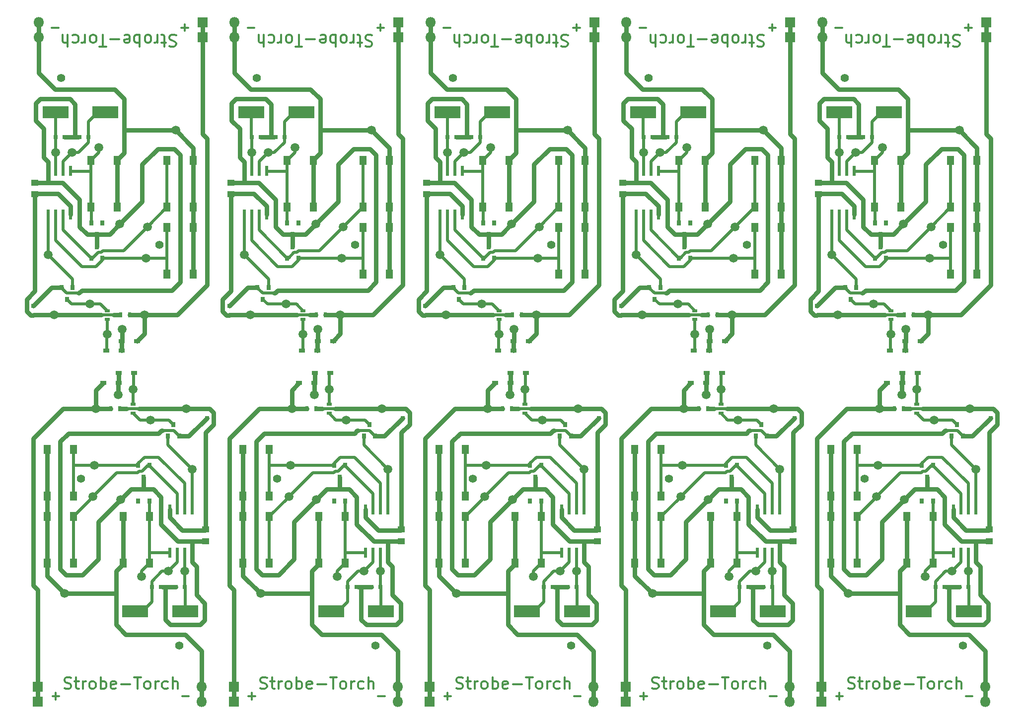
<source format=gbr>
G04 #@! TF.FileFunction,Copper,L1,Top,Signal*
%FSLAX46Y46*%
G04 Gerber Fmt 4.6, Leading zero omitted, Abs format (unit mm)*
G04 Created by KiCad (PCBNEW 4.0.7+dfsg1-1) date Thu Apr 26 21:15:47 2018*
%MOMM*%
%LPD*%
G01*
G04 APERTURE LIST*
%ADD10C,0.100000*%
%ADD11C,0.300000*%
%ADD12R,1.800000X1.800000*%
%ADD13O,1.800000X1.800000*%
%ADD14C,1.500000*%
%ADD15R,0.800000X0.750000*%
%ADD16R,4.500000X2.000000*%
%ADD17R,0.800000X0.900000*%
%ADD18R,1.300000X1.550000*%
%ADD19R,1.250000X1.000000*%
%ADD20R,0.550000X1.750000*%
%ADD21R,0.800000X0.800000*%
%ADD22R,0.900000X0.500000*%
%ADD23R,1.000000X0.720000*%
%ADD24R,0.500000X0.900000*%
%ADD25C,1.400000*%
%ADD26C,0.500000*%
%ADD27C,0.800000*%
%ADD28C,0.270000*%
G04 APERTURE END LIST*
D10*
D11*
X264986572Y-203675143D02*
X266129429Y-203675143D01*
X265558000Y-204246571D02*
X265558000Y-203103714D01*
X231585572Y-203675143D02*
X232728429Y-203675143D01*
X232157000Y-204246571D02*
X232157000Y-203103714D01*
X198184572Y-203675143D02*
X199327429Y-203675143D01*
X198756000Y-204246571D02*
X198756000Y-203103714D01*
X164783572Y-203675143D02*
X165926429Y-203675143D01*
X165355000Y-204246571D02*
X165355000Y-203103714D01*
X267019714Y-202345524D02*
X267305429Y-202440762D01*
X267781619Y-202440762D01*
X267972095Y-202345524D01*
X268067333Y-202250286D01*
X268162572Y-202059810D01*
X268162572Y-201869333D01*
X268067333Y-201678857D01*
X267972095Y-201583619D01*
X267781619Y-201488381D01*
X267400667Y-201393143D01*
X267210191Y-201297905D01*
X267114952Y-201202667D01*
X267019714Y-201012190D01*
X267019714Y-200821714D01*
X267114952Y-200631238D01*
X267210191Y-200536000D01*
X267400667Y-200440762D01*
X267876857Y-200440762D01*
X268162572Y-200536000D01*
X268734000Y-201107429D02*
X269495905Y-201107429D01*
X269019714Y-200440762D02*
X269019714Y-202155048D01*
X269114953Y-202345524D01*
X269305429Y-202440762D01*
X269495905Y-202440762D01*
X270162571Y-202440762D02*
X270162571Y-201107429D01*
X270162571Y-201488381D02*
X270257810Y-201297905D01*
X270353048Y-201202667D01*
X270543524Y-201107429D01*
X270734000Y-201107429D01*
X271686381Y-202440762D02*
X271495905Y-202345524D01*
X271400666Y-202250286D01*
X271305428Y-202059810D01*
X271305428Y-201488381D01*
X271400666Y-201297905D01*
X271495905Y-201202667D01*
X271686381Y-201107429D01*
X271972095Y-201107429D01*
X272162571Y-201202667D01*
X272257809Y-201297905D01*
X272353047Y-201488381D01*
X272353047Y-202059810D01*
X272257809Y-202250286D01*
X272162571Y-202345524D01*
X271972095Y-202440762D01*
X271686381Y-202440762D01*
X273210190Y-202440762D02*
X273210190Y-200440762D01*
X273210190Y-201202667D02*
X273400667Y-201107429D01*
X273781619Y-201107429D01*
X273972095Y-201202667D01*
X274067333Y-201297905D01*
X274162571Y-201488381D01*
X274162571Y-202059810D01*
X274067333Y-202250286D01*
X273972095Y-202345524D01*
X273781619Y-202440762D01*
X273400667Y-202440762D01*
X273210190Y-202345524D01*
X275781619Y-202345524D02*
X275591143Y-202440762D01*
X275210191Y-202440762D01*
X275019714Y-202345524D01*
X274924476Y-202155048D01*
X274924476Y-201393143D01*
X275019714Y-201202667D01*
X275210191Y-201107429D01*
X275591143Y-201107429D01*
X275781619Y-201202667D01*
X275876857Y-201393143D01*
X275876857Y-201583619D01*
X274924476Y-201774095D01*
X276734000Y-201678857D02*
X278257810Y-201678857D01*
X278924476Y-200440762D02*
X280067333Y-200440762D01*
X279495905Y-202440762D02*
X279495905Y-200440762D01*
X281019715Y-202440762D02*
X280829239Y-202345524D01*
X280734000Y-202250286D01*
X280638762Y-202059810D01*
X280638762Y-201488381D01*
X280734000Y-201297905D01*
X280829239Y-201202667D01*
X281019715Y-201107429D01*
X281305429Y-201107429D01*
X281495905Y-201202667D01*
X281591143Y-201297905D01*
X281686381Y-201488381D01*
X281686381Y-202059810D01*
X281591143Y-202250286D01*
X281495905Y-202345524D01*
X281305429Y-202440762D01*
X281019715Y-202440762D01*
X282543524Y-202440762D02*
X282543524Y-201107429D01*
X282543524Y-201488381D02*
X282638763Y-201297905D01*
X282734001Y-201202667D01*
X282924477Y-201107429D01*
X283114953Y-201107429D01*
X284638762Y-202345524D02*
X284448286Y-202440762D01*
X284067334Y-202440762D01*
X283876858Y-202345524D01*
X283781619Y-202250286D01*
X283686381Y-202059810D01*
X283686381Y-201488381D01*
X283781619Y-201297905D01*
X283876858Y-201202667D01*
X284067334Y-201107429D01*
X284448286Y-201107429D01*
X284638762Y-201202667D01*
X285495905Y-202440762D02*
X285495905Y-200440762D01*
X286353048Y-202440762D02*
X286353048Y-201393143D01*
X286257810Y-201202667D01*
X286067334Y-201107429D01*
X285781620Y-201107429D01*
X285591144Y-201202667D01*
X285495905Y-201297905D01*
X233618714Y-202345524D02*
X233904429Y-202440762D01*
X234380619Y-202440762D01*
X234571095Y-202345524D01*
X234666333Y-202250286D01*
X234761572Y-202059810D01*
X234761572Y-201869333D01*
X234666333Y-201678857D01*
X234571095Y-201583619D01*
X234380619Y-201488381D01*
X233999667Y-201393143D01*
X233809191Y-201297905D01*
X233713952Y-201202667D01*
X233618714Y-201012190D01*
X233618714Y-200821714D01*
X233713952Y-200631238D01*
X233809191Y-200536000D01*
X233999667Y-200440762D01*
X234475857Y-200440762D01*
X234761572Y-200536000D01*
X235333000Y-201107429D02*
X236094905Y-201107429D01*
X235618714Y-200440762D02*
X235618714Y-202155048D01*
X235713953Y-202345524D01*
X235904429Y-202440762D01*
X236094905Y-202440762D01*
X236761571Y-202440762D02*
X236761571Y-201107429D01*
X236761571Y-201488381D02*
X236856810Y-201297905D01*
X236952048Y-201202667D01*
X237142524Y-201107429D01*
X237333000Y-201107429D01*
X238285381Y-202440762D02*
X238094905Y-202345524D01*
X237999666Y-202250286D01*
X237904428Y-202059810D01*
X237904428Y-201488381D01*
X237999666Y-201297905D01*
X238094905Y-201202667D01*
X238285381Y-201107429D01*
X238571095Y-201107429D01*
X238761571Y-201202667D01*
X238856809Y-201297905D01*
X238952047Y-201488381D01*
X238952047Y-202059810D01*
X238856809Y-202250286D01*
X238761571Y-202345524D01*
X238571095Y-202440762D01*
X238285381Y-202440762D01*
X239809190Y-202440762D02*
X239809190Y-200440762D01*
X239809190Y-201202667D02*
X239999667Y-201107429D01*
X240380619Y-201107429D01*
X240571095Y-201202667D01*
X240666333Y-201297905D01*
X240761571Y-201488381D01*
X240761571Y-202059810D01*
X240666333Y-202250286D01*
X240571095Y-202345524D01*
X240380619Y-202440762D01*
X239999667Y-202440762D01*
X239809190Y-202345524D01*
X242380619Y-202345524D02*
X242190143Y-202440762D01*
X241809191Y-202440762D01*
X241618714Y-202345524D01*
X241523476Y-202155048D01*
X241523476Y-201393143D01*
X241618714Y-201202667D01*
X241809191Y-201107429D01*
X242190143Y-201107429D01*
X242380619Y-201202667D01*
X242475857Y-201393143D01*
X242475857Y-201583619D01*
X241523476Y-201774095D01*
X243333000Y-201678857D02*
X244856810Y-201678857D01*
X245523476Y-200440762D02*
X246666333Y-200440762D01*
X246094905Y-202440762D02*
X246094905Y-200440762D01*
X247618715Y-202440762D02*
X247428239Y-202345524D01*
X247333000Y-202250286D01*
X247237762Y-202059810D01*
X247237762Y-201488381D01*
X247333000Y-201297905D01*
X247428239Y-201202667D01*
X247618715Y-201107429D01*
X247904429Y-201107429D01*
X248094905Y-201202667D01*
X248190143Y-201297905D01*
X248285381Y-201488381D01*
X248285381Y-202059810D01*
X248190143Y-202250286D01*
X248094905Y-202345524D01*
X247904429Y-202440762D01*
X247618715Y-202440762D01*
X249142524Y-202440762D02*
X249142524Y-201107429D01*
X249142524Y-201488381D02*
X249237763Y-201297905D01*
X249333001Y-201202667D01*
X249523477Y-201107429D01*
X249713953Y-201107429D01*
X251237762Y-202345524D02*
X251047286Y-202440762D01*
X250666334Y-202440762D01*
X250475858Y-202345524D01*
X250380619Y-202250286D01*
X250285381Y-202059810D01*
X250285381Y-201488381D01*
X250380619Y-201297905D01*
X250475858Y-201202667D01*
X250666334Y-201107429D01*
X251047286Y-201107429D01*
X251237762Y-201202667D01*
X252094905Y-202440762D02*
X252094905Y-200440762D01*
X252952048Y-202440762D02*
X252952048Y-201393143D01*
X252856810Y-201202667D01*
X252666334Y-201107429D01*
X252380620Y-201107429D01*
X252190144Y-201202667D01*
X252094905Y-201297905D01*
X200217714Y-202345524D02*
X200503429Y-202440762D01*
X200979619Y-202440762D01*
X201170095Y-202345524D01*
X201265333Y-202250286D01*
X201360572Y-202059810D01*
X201360572Y-201869333D01*
X201265333Y-201678857D01*
X201170095Y-201583619D01*
X200979619Y-201488381D01*
X200598667Y-201393143D01*
X200408191Y-201297905D01*
X200312952Y-201202667D01*
X200217714Y-201012190D01*
X200217714Y-200821714D01*
X200312952Y-200631238D01*
X200408191Y-200536000D01*
X200598667Y-200440762D01*
X201074857Y-200440762D01*
X201360572Y-200536000D01*
X201932000Y-201107429D02*
X202693905Y-201107429D01*
X202217714Y-200440762D02*
X202217714Y-202155048D01*
X202312953Y-202345524D01*
X202503429Y-202440762D01*
X202693905Y-202440762D01*
X203360571Y-202440762D02*
X203360571Y-201107429D01*
X203360571Y-201488381D02*
X203455810Y-201297905D01*
X203551048Y-201202667D01*
X203741524Y-201107429D01*
X203932000Y-201107429D01*
X204884381Y-202440762D02*
X204693905Y-202345524D01*
X204598666Y-202250286D01*
X204503428Y-202059810D01*
X204503428Y-201488381D01*
X204598666Y-201297905D01*
X204693905Y-201202667D01*
X204884381Y-201107429D01*
X205170095Y-201107429D01*
X205360571Y-201202667D01*
X205455809Y-201297905D01*
X205551047Y-201488381D01*
X205551047Y-202059810D01*
X205455809Y-202250286D01*
X205360571Y-202345524D01*
X205170095Y-202440762D01*
X204884381Y-202440762D01*
X206408190Y-202440762D02*
X206408190Y-200440762D01*
X206408190Y-201202667D02*
X206598667Y-201107429D01*
X206979619Y-201107429D01*
X207170095Y-201202667D01*
X207265333Y-201297905D01*
X207360571Y-201488381D01*
X207360571Y-202059810D01*
X207265333Y-202250286D01*
X207170095Y-202345524D01*
X206979619Y-202440762D01*
X206598667Y-202440762D01*
X206408190Y-202345524D01*
X208979619Y-202345524D02*
X208789143Y-202440762D01*
X208408191Y-202440762D01*
X208217714Y-202345524D01*
X208122476Y-202155048D01*
X208122476Y-201393143D01*
X208217714Y-201202667D01*
X208408191Y-201107429D01*
X208789143Y-201107429D01*
X208979619Y-201202667D01*
X209074857Y-201393143D01*
X209074857Y-201583619D01*
X208122476Y-201774095D01*
X209932000Y-201678857D02*
X211455810Y-201678857D01*
X212122476Y-200440762D02*
X213265333Y-200440762D01*
X212693905Y-202440762D02*
X212693905Y-200440762D01*
X214217715Y-202440762D02*
X214027239Y-202345524D01*
X213932000Y-202250286D01*
X213836762Y-202059810D01*
X213836762Y-201488381D01*
X213932000Y-201297905D01*
X214027239Y-201202667D01*
X214217715Y-201107429D01*
X214503429Y-201107429D01*
X214693905Y-201202667D01*
X214789143Y-201297905D01*
X214884381Y-201488381D01*
X214884381Y-202059810D01*
X214789143Y-202250286D01*
X214693905Y-202345524D01*
X214503429Y-202440762D01*
X214217715Y-202440762D01*
X215741524Y-202440762D02*
X215741524Y-201107429D01*
X215741524Y-201488381D02*
X215836763Y-201297905D01*
X215932001Y-201202667D01*
X216122477Y-201107429D01*
X216312953Y-201107429D01*
X217836762Y-202345524D02*
X217646286Y-202440762D01*
X217265334Y-202440762D01*
X217074858Y-202345524D01*
X216979619Y-202250286D01*
X216884381Y-202059810D01*
X216884381Y-201488381D01*
X216979619Y-201297905D01*
X217074858Y-201202667D01*
X217265334Y-201107429D01*
X217646286Y-201107429D01*
X217836762Y-201202667D01*
X218693905Y-202440762D02*
X218693905Y-200440762D01*
X219551048Y-202440762D02*
X219551048Y-201393143D01*
X219455810Y-201202667D01*
X219265334Y-201107429D01*
X218979620Y-201107429D01*
X218789144Y-201202667D01*
X218693905Y-201297905D01*
X166816714Y-202345524D02*
X167102429Y-202440762D01*
X167578619Y-202440762D01*
X167769095Y-202345524D01*
X167864333Y-202250286D01*
X167959572Y-202059810D01*
X167959572Y-201869333D01*
X167864333Y-201678857D01*
X167769095Y-201583619D01*
X167578619Y-201488381D01*
X167197667Y-201393143D01*
X167007191Y-201297905D01*
X166911952Y-201202667D01*
X166816714Y-201012190D01*
X166816714Y-200821714D01*
X166911952Y-200631238D01*
X167007191Y-200536000D01*
X167197667Y-200440762D01*
X167673857Y-200440762D01*
X167959572Y-200536000D01*
X168531000Y-201107429D02*
X169292905Y-201107429D01*
X168816714Y-200440762D02*
X168816714Y-202155048D01*
X168911953Y-202345524D01*
X169102429Y-202440762D01*
X169292905Y-202440762D01*
X169959571Y-202440762D02*
X169959571Y-201107429D01*
X169959571Y-201488381D02*
X170054810Y-201297905D01*
X170150048Y-201202667D01*
X170340524Y-201107429D01*
X170531000Y-201107429D01*
X171483381Y-202440762D02*
X171292905Y-202345524D01*
X171197666Y-202250286D01*
X171102428Y-202059810D01*
X171102428Y-201488381D01*
X171197666Y-201297905D01*
X171292905Y-201202667D01*
X171483381Y-201107429D01*
X171769095Y-201107429D01*
X171959571Y-201202667D01*
X172054809Y-201297905D01*
X172150047Y-201488381D01*
X172150047Y-202059810D01*
X172054809Y-202250286D01*
X171959571Y-202345524D01*
X171769095Y-202440762D01*
X171483381Y-202440762D01*
X173007190Y-202440762D02*
X173007190Y-200440762D01*
X173007190Y-201202667D02*
X173197667Y-201107429D01*
X173578619Y-201107429D01*
X173769095Y-201202667D01*
X173864333Y-201297905D01*
X173959571Y-201488381D01*
X173959571Y-202059810D01*
X173864333Y-202250286D01*
X173769095Y-202345524D01*
X173578619Y-202440762D01*
X173197667Y-202440762D01*
X173007190Y-202345524D01*
X175578619Y-202345524D02*
X175388143Y-202440762D01*
X175007191Y-202440762D01*
X174816714Y-202345524D01*
X174721476Y-202155048D01*
X174721476Y-201393143D01*
X174816714Y-201202667D01*
X175007191Y-201107429D01*
X175388143Y-201107429D01*
X175578619Y-201202667D01*
X175673857Y-201393143D01*
X175673857Y-201583619D01*
X174721476Y-201774095D01*
X176531000Y-201678857D02*
X178054810Y-201678857D01*
X178721476Y-200440762D02*
X179864333Y-200440762D01*
X179292905Y-202440762D02*
X179292905Y-200440762D01*
X180816715Y-202440762D02*
X180626239Y-202345524D01*
X180531000Y-202250286D01*
X180435762Y-202059810D01*
X180435762Y-201488381D01*
X180531000Y-201297905D01*
X180626239Y-201202667D01*
X180816715Y-201107429D01*
X181102429Y-201107429D01*
X181292905Y-201202667D01*
X181388143Y-201297905D01*
X181483381Y-201488381D01*
X181483381Y-202059810D01*
X181388143Y-202250286D01*
X181292905Y-202345524D01*
X181102429Y-202440762D01*
X180816715Y-202440762D01*
X182340524Y-202440762D02*
X182340524Y-201107429D01*
X182340524Y-201488381D02*
X182435763Y-201297905D01*
X182531001Y-201202667D01*
X182721477Y-201107429D01*
X182911953Y-201107429D01*
X184435762Y-202345524D02*
X184245286Y-202440762D01*
X183864334Y-202440762D01*
X183673858Y-202345524D01*
X183578619Y-202250286D01*
X183483381Y-202059810D01*
X183483381Y-201488381D01*
X183578619Y-201297905D01*
X183673858Y-201202667D01*
X183864334Y-201107429D01*
X184245286Y-201107429D01*
X184435762Y-201202667D01*
X185292905Y-202440762D02*
X185292905Y-200440762D01*
X186150048Y-202440762D02*
X186150048Y-201393143D01*
X186054810Y-201202667D01*
X185864334Y-201107429D01*
X185578620Y-201107429D01*
X185388144Y-201202667D01*
X185292905Y-201297905D01*
X287084572Y-203675143D02*
X288227429Y-203675143D01*
X253683572Y-203675143D02*
X254826429Y-203675143D01*
X220282572Y-203675143D02*
X221425429Y-203675143D01*
X186881572Y-203675143D02*
X188024429Y-203675143D01*
X266002418Y-89690525D02*
X264859561Y-89690525D01*
X232601418Y-89690525D02*
X231458561Y-89690525D01*
X199200418Y-89690525D02*
X198057561Y-89690525D01*
X165799418Y-89690525D02*
X164656561Y-89690525D01*
X288100418Y-89690525D02*
X286957561Y-89690525D01*
X287528990Y-89119097D02*
X287528990Y-90261954D01*
X254699418Y-89690525D02*
X253556561Y-89690525D01*
X254127990Y-89119097D02*
X254127990Y-90261954D01*
X221298418Y-89690525D02*
X220155561Y-89690525D01*
X220726990Y-89119097D02*
X220726990Y-90261954D01*
X187897418Y-89690525D02*
X186754561Y-89690525D01*
X187325990Y-89119097D02*
X187325990Y-90261954D01*
X286067276Y-91020144D02*
X285781561Y-90924906D01*
X285305371Y-90924906D01*
X285114895Y-91020144D01*
X285019657Y-91115382D01*
X284924418Y-91305858D01*
X284924418Y-91496335D01*
X285019657Y-91686811D01*
X285114895Y-91782049D01*
X285305371Y-91877287D01*
X285686323Y-91972525D01*
X285876799Y-92067763D01*
X285972038Y-92163001D01*
X286067276Y-92353478D01*
X286067276Y-92543954D01*
X285972038Y-92734430D01*
X285876799Y-92829668D01*
X285686323Y-92924906D01*
X285210133Y-92924906D01*
X284924418Y-92829668D01*
X284352990Y-92258239D02*
X283591085Y-92258239D01*
X284067276Y-92924906D02*
X284067276Y-91210620D01*
X283972037Y-91020144D01*
X283781561Y-90924906D01*
X283591085Y-90924906D01*
X282924419Y-90924906D02*
X282924419Y-92258239D01*
X282924419Y-91877287D02*
X282829180Y-92067763D01*
X282733942Y-92163001D01*
X282543466Y-92258239D01*
X282352990Y-92258239D01*
X281400609Y-90924906D02*
X281591085Y-91020144D01*
X281686324Y-91115382D01*
X281781562Y-91305858D01*
X281781562Y-91877287D01*
X281686324Y-92067763D01*
X281591085Y-92163001D01*
X281400609Y-92258239D01*
X281114895Y-92258239D01*
X280924419Y-92163001D01*
X280829181Y-92067763D01*
X280733943Y-91877287D01*
X280733943Y-91305858D01*
X280829181Y-91115382D01*
X280924419Y-91020144D01*
X281114895Y-90924906D01*
X281400609Y-90924906D01*
X279876800Y-90924906D02*
X279876800Y-92924906D01*
X279876800Y-92163001D02*
X279686323Y-92258239D01*
X279305371Y-92258239D01*
X279114895Y-92163001D01*
X279019657Y-92067763D01*
X278924419Y-91877287D01*
X278924419Y-91305858D01*
X279019657Y-91115382D01*
X279114895Y-91020144D01*
X279305371Y-90924906D01*
X279686323Y-90924906D01*
X279876800Y-91020144D01*
X277305371Y-91020144D02*
X277495847Y-90924906D01*
X277876799Y-90924906D01*
X278067276Y-91020144D01*
X278162514Y-91210620D01*
X278162514Y-91972525D01*
X278067276Y-92163001D01*
X277876799Y-92258239D01*
X277495847Y-92258239D01*
X277305371Y-92163001D01*
X277210133Y-91972525D01*
X277210133Y-91782049D01*
X278162514Y-91591573D01*
X276352990Y-91686811D02*
X274829180Y-91686811D01*
X274162514Y-92924906D02*
X273019657Y-92924906D01*
X273591085Y-90924906D02*
X273591085Y-92924906D01*
X272067275Y-90924906D02*
X272257751Y-91020144D01*
X272352990Y-91115382D01*
X272448228Y-91305858D01*
X272448228Y-91877287D01*
X272352990Y-92067763D01*
X272257751Y-92163001D01*
X272067275Y-92258239D01*
X271781561Y-92258239D01*
X271591085Y-92163001D01*
X271495847Y-92067763D01*
X271400609Y-91877287D01*
X271400609Y-91305858D01*
X271495847Y-91115382D01*
X271591085Y-91020144D01*
X271781561Y-90924906D01*
X272067275Y-90924906D01*
X270543466Y-90924906D02*
X270543466Y-92258239D01*
X270543466Y-91877287D02*
X270448227Y-92067763D01*
X270352989Y-92163001D01*
X270162513Y-92258239D01*
X269972037Y-92258239D01*
X268448228Y-91020144D02*
X268638704Y-90924906D01*
X269019656Y-90924906D01*
X269210132Y-91020144D01*
X269305371Y-91115382D01*
X269400609Y-91305858D01*
X269400609Y-91877287D01*
X269305371Y-92067763D01*
X269210132Y-92163001D01*
X269019656Y-92258239D01*
X268638704Y-92258239D01*
X268448228Y-92163001D01*
X267591085Y-90924906D02*
X267591085Y-92924906D01*
X266733942Y-90924906D02*
X266733942Y-91972525D01*
X266829180Y-92163001D01*
X267019656Y-92258239D01*
X267305370Y-92258239D01*
X267495846Y-92163001D01*
X267591085Y-92067763D01*
X252666276Y-91020144D02*
X252380561Y-90924906D01*
X251904371Y-90924906D01*
X251713895Y-91020144D01*
X251618657Y-91115382D01*
X251523418Y-91305858D01*
X251523418Y-91496335D01*
X251618657Y-91686811D01*
X251713895Y-91782049D01*
X251904371Y-91877287D01*
X252285323Y-91972525D01*
X252475799Y-92067763D01*
X252571038Y-92163001D01*
X252666276Y-92353478D01*
X252666276Y-92543954D01*
X252571038Y-92734430D01*
X252475799Y-92829668D01*
X252285323Y-92924906D01*
X251809133Y-92924906D01*
X251523418Y-92829668D01*
X250951990Y-92258239D02*
X250190085Y-92258239D01*
X250666276Y-92924906D02*
X250666276Y-91210620D01*
X250571037Y-91020144D01*
X250380561Y-90924906D01*
X250190085Y-90924906D01*
X249523419Y-90924906D02*
X249523419Y-92258239D01*
X249523419Y-91877287D02*
X249428180Y-92067763D01*
X249332942Y-92163001D01*
X249142466Y-92258239D01*
X248951990Y-92258239D01*
X247999609Y-90924906D02*
X248190085Y-91020144D01*
X248285324Y-91115382D01*
X248380562Y-91305858D01*
X248380562Y-91877287D01*
X248285324Y-92067763D01*
X248190085Y-92163001D01*
X247999609Y-92258239D01*
X247713895Y-92258239D01*
X247523419Y-92163001D01*
X247428181Y-92067763D01*
X247332943Y-91877287D01*
X247332943Y-91305858D01*
X247428181Y-91115382D01*
X247523419Y-91020144D01*
X247713895Y-90924906D01*
X247999609Y-90924906D01*
X246475800Y-90924906D02*
X246475800Y-92924906D01*
X246475800Y-92163001D02*
X246285323Y-92258239D01*
X245904371Y-92258239D01*
X245713895Y-92163001D01*
X245618657Y-92067763D01*
X245523419Y-91877287D01*
X245523419Y-91305858D01*
X245618657Y-91115382D01*
X245713895Y-91020144D01*
X245904371Y-90924906D01*
X246285323Y-90924906D01*
X246475800Y-91020144D01*
X243904371Y-91020144D02*
X244094847Y-90924906D01*
X244475799Y-90924906D01*
X244666276Y-91020144D01*
X244761514Y-91210620D01*
X244761514Y-91972525D01*
X244666276Y-92163001D01*
X244475799Y-92258239D01*
X244094847Y-92258239D01*
X243904371Y-92163001D01*
X243809133Y-91972525D01*
X243809133Y-91782049D01*
X244761514Y-91591573D01*
X242951990Y-91686811D02*
X241428180Y-91686811D01*
X240761514Y-92924906D02*
X239618657Y-92924906D01*
X240190085Y-90924906D02*
X240190085Y-92924906D01*
X238666275Y-90924906D02*
X238856751Y-91020144D01*
X238951990Y-91115382D01*
X239047228Y-91305858D01*
X239047228Y-91877287D01*
X238951990Y-92067763D01*
X238856751Y-92163001D01*
X238666275Y-92258239D01*
X238380561Y-92258239D01*
X238190085Y-92163001D01*
X238094847Y-92067763D01*
X237999609Y-91877287D01*
X237999609Y-91305858D01*
X238094847Y-91115382D01*
X238190085Y-91020144D01*
X238380561Y-90924906D01*
X238666275Y-90924906D01*
X237142466Y-90924906D02*
X237142466Y-92258239D01*
X237142466Y-91877287D02*
X237047227Y-92067763D01*
X236951989Y-92163001D01*
X236761513Y-92258239D01*
X236571037Y-92258239D01*
X235047228Y-91020144D02*
X235237704Y-90924906D01*
X235618656Y-90924906D01*
X235809132Y-91020144D01*
X235904371Y-91115382D01*
X235999609Y-91305858D01*
X235999609Y-91877287D01*
X235904371Y-92067763D01*
X235809132Y-92163001D01*
X235618656Y-92258239D01*
X235237704Y-92258239D01*
X235047228Y-92163001D01*
X234190085Y-90924906D02*
X234190085Y-92924906D01*
X233332942Y-90924906D02*
X233332942Y-91972525D01*
X233428180Y-92163001D01*
X233618656Y-92258239D01*
X233904370Y-92258239D01*
X234094846Y-92163001D01*
X234190085Y-92067763D01*
X219265276Y-91020144D02*
X218979561Y-90924906D01*
X218503371Y-90924906D01*
X218312895Y-91020144D01*
X218217657Y-91115382D01*
X218122418Y-91305858D01*
X218122418Y-91496335D01*
X218217657Y-91686811D01*
X218312895Y-91782049D01*
X218503371Y-91877287D01*
X218884323Y-91972525D01*
X219074799Y-92067763D01*
X219170038Y-92163001D01*
X219265276Y-92353478D01*
X219265276Y-92543954D01*
X219170038Y-92734430D01*
X219074799Y-92829668D01*
X218884323Y-92924906D01*
X218408133Y-92924906D01*
X218122418Y-92829668D01*
X217550990Y-92258239D02*
X216789085Y-92258239D01*
X217265276Y-92924906D02*
X217265276Y-91210620D01*
X217170037Y-91020144D01*
X216979561Y-90924906D01*
X216789085Y-90924906D01*
X216122419Y-90924906D02*
X216122419Y-92258239D01*
X216122419Y-91877287D02*
X216027180Y-92067763D01*
X215931942Y-92163001D01*
X215741466Y-92258239D01*
X215550990Y-92258239D01*
X214598609Y-90924906D02*
X214789085Y-91020144D01*
X214884324Y-91115382D01*
X214979562Y-91305858D01*
X214979562Y-91877287D01*
X214884324Y-92067763D01*
X214789085Y-92163001D01*
X214598609Y-92258239D01*
X214312895Y-92258239D01*
X214122419Y-92163001D01*
X214027181Y-92067763D01*
X213931943Y-91877287D01*
X213931943Y-91305858D01*
X214027181Y-91115382D01*
X214122419Y-91020144D01*
X214312895Y-90924906D01*
X214598609Y-90924906D01*
X213074800Y-90924906D02*
X213074800Y-92924906D01*
X213074800Y-92163001D02*
X212884323Y-92258239D01*
X212503371Y-92258239D01*
X212312895Y-92163001D01*
X212217657Y-92067763D01*
X212122419Y-91877287D01*
X212122419Y-91305858D01*
X212217657Y-91115382D01*
X212312895Y-91020144D01*
X212503371Y-90924906D01*
X212884323Y-90924906D01*
X213074800Y-91020144D01*
X210503371Y-91020144D02*
X210693847Y-90924906D01*
X211074799Y-90924906D01*
X211265276Y-91020144D01*
X211360514Y-91210620D01*
X211360514Y-91972525D01*
X211265276Y-92163001D01*
X211074799Y-92258239D01*
X210693847Y-92258239D01*
X210503371Y-92163001D01*
X210408133Y-91972525D01*
X210408133Y-91782049D01*
X211360514Y-91591573D01*
X209550990Y-91686811D02*
X208027180Y-91686811D01*
X207360514Y-92924906D02*
X206217657Y-92924906D01*
X206789085Y-90924906D02*
X206789085Y-92924906D01*
X205265275Y-90924906D02*
X205455751Y-91020144D01*
X205550990Y-91115382D01*
X205646228Y-91305858D01*
X205646228Y-91877287D01*
X205550990Y-92067763D01*
X205455751Y-92163001D01*
X205265275Y-92258239D01*
X204979561Y-92258239D01*
X204789085Y-92163001D01*
X204693847Y-92067763D01*
X204598609Y-91877287D01*
X204598609Y-91305858D01*
X204693847Y-91115382D01*
X204789085Y-91020144D01*
X204979561Y-90924906D01*
X205265275Y-90924906D01*
X203741466Y-90924906D02*
X203741466Y-92258239D01*
X203741466Y-91877287D02*
X203646227Y-92067763D01*
X203550989Y-92163001D01*
X203360513Y-92258239D01*
X203170037Y-92258239D01*
X201646228Y-91020144D02*
X201836704Y-90924906D01*
X202217656Y-90924906D01*
X202408132Y-91020144D01*
X202503371Y-91115382D01*
X202598609Y-91305858D01*
X202598609Y-91877287D01*
X202503371Y-92067763D01*
X202408132Y-92163001D01*
X202217656Y-92258239D01*
X201836704Y-92258239D01*
X201646228Y-92163001D01*
X200789085Y-90924906D02*
X200789085Y-92924906D01*
X199931942Y-90924906D02*
X199931942Y-91972525D01*
X200027180Y-92163001D01*
X200217656Y-92258239D01*
X200503370Y-92258239D01*
X200693846Y-92163001D01*
X200789085Y-92067763D01*
X185864276Y-91020144D02*
X185578561Y-90924906D01*
X185102371Y-90924906D01*
X184911895Y-91020144D01*
X184816657Y-91115382D01*
X184721418Y-91305858D01*
X184721418Y-91496335D01*
X184816657Y-91686811D01*
X184911895Y-91782049D01*
X185102371Y-91877287D01*
X185483323Y-91972525D01*
X185673799Y-92067763D01*
X185769038Y-92163001D01*
X185864276Y-92353478D01*
X185864276Y-92543954D01*
X185769038Y-92734430D01*
X185673799Y-92829668D01*
X185483323Y-92924906D01*
X185007133Y-92924906D01*
X184721418Y-92829668D01*
X184149990Y-92258239D02*
X183388085Y-92258239D01*
X183864276Y-92924906D02*
X183864276Y-91210620D01*
X183769037Y-91020144D01*
X183578561Y-90924906D01*
X183388085Y-90924906D01*
X182721419Y-90924906D02*
X182721419Y-92258239D01*
X182721419Y-91877287D02*
X182626180Y-92067763D01*
X182530942Y-92163001D01*
X182340466Y-92258239D01*
X182149990Y-92258239D01*
X181197609Y-90924906D02*
X181388085Y-91020144D01*
X181483324Y-91115382D01*
X181578562Y-91305858D01*
X181578562Y-91877287D01*
X181483324Y-92067763D01*
X181388085Y-92163001D01*
X181197609Y-92258239D01*
X180911895Y-92258239D01*
X180721419Y-92163001D01*
X180626181Y-92067763D01*
X180530943Y-91877287D01*
X180530943Y-91305858D01*
X180626181Y-91115382D01*
X180721419Y-91020144D01*
X180911895Y-90924906D01*
X181197609Y-90924906D01*
X179673800Y-90924906D02*
X179673800Y-92924906D01*
X179673800Y-92163001D02*
X179483323Y-92258239D01*
X179102371Y-92258239D01*
X178911895Y-92163001D01*
X178816657Y-92067763D01*
X178721419Y-91877287D01*
X178721419Y-91305858D01*
X178816657Y-91115382D01*
X178911895Y-91020144D01*
X179102371Y-90924906D01*
X179483323Y-90924906D01*
X179673800Y-91020144D01*
X177102371Y-91020144D02*
X177292847Y-90924906D01*
X177673799Y-90924906D01*
X177864276Y-91020144D01*
X177959514Y-91210620D01*
X177959514Y-91972525D01*
X177864276Y-92163001D01*
X177673799Y-92258239D01*
X177292847Y-92258239D01*
X177102371Y-92163001D01*
X177007133Y-91972525D01*
X177007133Y-91782049D01*
X177959514Y-91591573D01*
X176149990Y-91686811D02*
X174626180Y-91686811D01*
X173959514Y-92924906D02*
X172816657Y-92924906D01*
X173388085Y-90924906D02*
X173388085Y-92924906D01*
X171864275Y-90924906D02*
X172054751Y-91020144D01*
X172149990Y-91115382D01*
X172245228Y-91305858D01*
X172245228Y-91877287D01*
X172149990Y-92067763D01*
X172054751Y-92163001D01*
X171864275Y-92258239D01*
X171578561Y-92258239D01*
X171388085Y-92163001D01*
X171292847Y-92067763D01*
X171197609Y-91877287D01*
X171197609Y-91305858D01*
X171292847Y-91115382D01*
X171388085Y-91020144D01*
X171578561Y-90924906D01*
X171864275Y-90924906D01*
X170340466Y-90924906D02*
X170340466Y-92258239D01*
X170340466Y-91877287D02*
X170245227Y-92067763D01*
X170149989Y-92163001D01*
X169959513Y-92258239D01*
X169769037Y-92258239D01*
X168245228Y-91020144D02*
X168435704Y-90924906D01*
X168816656Y-90924906D01*
X169007132Y-91020144D01*
X169102371Y-91115382D01*
X169197609Y-91305858D01*
X169197609Y-91877287D01*
X169102371Y-92067763D01*
X169007132Y-92163001D01*
X168816656Y-92258239D01*
X168435704Y-92258239D01*
X168245228Y-92163001D01*
X167388085Y-90924906D02*
X167388085Y-92924906D01*
X166530942Y-90924906D02*
X166530942Y-91972525D01*
X166626180Y-92163001D01*
X166816656Y-92258239D01*
X167102370Y-92258239D01*
X167292846Y-92163001D01*
X167388085Y-92067763D01*
X133415714Y-202345524D02*
X133701429Y-202440762D01*
X134177619Y-202440762D01*
X134368095Y-202345524D01*
X134463333Y-202250286D01*
X134558572Y-202059810D01*
X134558572Y-201869333D01*
X134463333Y-201678857D01*
X134368095Y-201583619D01*
X134177619Y-201488381D01*
X133796667Y-201393143D01*
X133606191Y-201297905D01*
X133510952Y-201202667D01*
X133415714Y-201012190D01*
X133415714Y-200821714D01*
X133510952Y-200631238D01*
X133606191Y-200536000D01*
X133796667Y-200440762D01*
X134272857Y-200440762D01*
X134558572Y-200536000D01*
X135130000Y-201107429D02*
X135891905Y-201107429D01*
X135415714Y-200440762D02*
X135415714Y-202155048D01*
X135510953Y-202345524D01*
X135701429Y-202440762D01*
X135891905Y-202440762D01*
X136558571Y-202440762D02*
X136558571Y-201107429D01*
X136558571Y-201488381D02*
X136653810Y-201297905D01*
X136749048Y-201202667D01*
X136939524Y-201107429D01*
X137130000Y-201107429D01*
X138082381Y-202440762D02*
X137891905Y-202345524D01*
X137796666Y-202250286D01*
X137701428Y-202059810D01*
X137701428Y-201488381D01*
X137796666Y-201297905D01*
X137891905Y-201202667D01*
X138082381Y-201107429D01*
X138368095Y-201107429D01*
X138558571Y-201202667D01*
X138653809Y-201297905D01*
X138749047Y-201488381D01*
X138749047Y-202059810D01*
X138653809Y-202250286D01*
X138558571Y-202345524D01*
X138368095Y-202440762D01*
X138082381Y-202440762D01*
X139606190Y-202440762D02*
X139606190Y-200440762D01*
X139606190Y-201202667D02*
X139796667Y-201107429D01*
X140177619Y-201107429D01*
X140368095Y-201202667D01*
X140463333Y-201297905D01*
X140558571Y-201488381D01*
X140558571Y-202059810D01*
X140463333Y-202250286D01*
X140368095Y-202345524D01*
X140177619Y-202440762D01*
X139796667Y-202440762D01*
X139606190Y-202345524D01*
X142177619Y-202345524D02*
X141987143Y-202440762D01*
X141606191Y-202440762D01*
X141415714Y-202345524D01*
X141320476Y-202155048D01*
X141320476Y-201393143D01*
X141415714Y-201202667D01*
X141606191Y-201107429D01*
X141987143Y-201107429D01*
X142177619Y-201202667D01*
X142272857Y-201393143D01*
X142272857Y-201583619D01*
X141320476Y-201774095D01*
X143130000Y-201678857D02*
X144653810Y-201678857D01*
X145320476Y-200440762D02*
X146463333Y-200440762D01*
X145891905Y-202440762D02*
X145891905Y-200440762D01*
X147415715Y-202440762D02*
X147225239Y-202345524D01*
X147130000Y-202250286D01*
X147034762Y-202059810D01*
X147034762Y-201488381D01*
X147130000Y-201297905D01*
X147225239Y-201202667D01*
X147415715Y-201107429D01*
X147701429Y-201107429D01*
X147891905Y-201202667D01*
X147987143Y-201297905D01*
X148082381Y-201488381D01*
X148082381Y-202059810D01*
X147987143Y-202250286D01*
X147891905Y-202345524D01*
X147701429Y-202440762D01*
X147415715Y-202440762D01*
X148939524Y-202440762D02*
X148939524Y-201107429D01*
X148939524Y-201488381D02*
X149034763Y-201297905D01*
X149130001Y-201202667D01*
X149320477Y-201107429D01*
X149510953Y-201107429D01*
X151034762Y-202345524D02*
X150844286Y-202440762D01*
X150463334Y-202440762D01*
X150272858Y-202345524D01*
X150177619Y-202250286D01*
X150082381Y-202059810D01*
X150082381Y-201488381D01*
X150177619Y-201297905D01*
X150272858Y-201202667D01*
X150463334Y-201107429D01*
X150844286Y-201107429D01*
X151034762Y-201202667D01*
X151891905Y-202440762D02*
X151891905Y-200440762D01*
X152749048Y-202440762D02*
X152749048Y-201393143D01*
X152653810Y-201202667D01*
X152463334Y-201107429D01*
X152177620Y-201107429D01*
X151987144Y-201202667D01*
X151891905Y-201297905D01*
X153480572Y-203675143D02*
X154623429Y-203675143D01*
X131382572Y-203675143D02*
X132525429Y-203675143D01*
X131954000Y-204246571D02*
X131954000Y-203103714D01*
X154496418Y-89690525D02*
X153353561Y-89690525D01*
X153924990Y-89119097D02*
X153924990Y-90261954D01*
X132398418Y-89690525D02*
X131255561Y-89690525D01*
X152463276Y-91020144D02*
X152177561Y-90924906D01*
X151701371Y-90924906D01*
X151510895Y-91020144D01*
X151415657Y-91115382D01*
X151320418Y-91305858D01*
X151320418Y-91496335D01*
X151415657Y-91686811D01*
X151510895Y-91782049D01*
X151701371Y-91877287D01*
X152082323Y-91972525D01*
X152272799Y-92067763D01*
X152368038Y-92163001D01*
X152463276Y-92353478D01*
X152463276Y-92543954D01*
X152368038Y-92734430D01*
X152272799Y-92829668D01*
X152082323Y-92924906D01*
X151606133Y-92924906D01*
X151320418Y-92829668D01*
X150748990Y-92258239D02*
X149987085Y-92258239D01*
X150463276Y-92924906D02*
X150463276Y-91210620D01*
X150368037Y-91020144D01*
X150177561Y-90924906D01*
X149987085Y-90924906D01*
X149320419Y-90924906D02*
X149320419Y-92258239D01*
X149320419Y-91877287D02*
X149225180Y-92067763D01*
X149129942Y-92163001D01*
X148939466Y-92258239D01*
X148748990Y-92258239D01*
X147796609Y-90924906D02*
X147987085Y-91020144D01*
X148082324Y-91115382D01*
X148177562Y-91305858D01*
X148177562Y-91877287D01*
X148082324Y-92067763D01*
X147987085Y-92163001D01*
X147796609Y-92258239D01*
X147510895Y-92258239D01*
X147320419Y-92163001D01*
X147225181Y-92067763D01*
X147129943Y-91877287D01*
X147129943Y-91305858D01*
X147225181Y-91115382D01*
X147320419Y-91020144D01*
X147510895Y-90924906D01*
X147796609Y-90924906D01*
X146272800Y-90924906D02*
X146272800Y-92924906D01*
X146272800Y-92163001D02*
X146082323Y-92258239D01*
X145701371Y-92258239D01*
X145510895Y-92163001D01*
X145415657Y-92067763D01*
X145320419Y-91877287D01*
X145320419Y-91305858D01*
X145415657Y-91115382D01*
X145510895Y-91020144D01*
X145701371Y-90924906D01*
X146082323Y-90924906D01*
X146272800Y-91020144D01*
X143701371Y-91020144D02*
X143891847Y-90924906D01*
X144272799Y-90924906D01*
X144463276Y-91020144D01*
X144558514Y-91210620D01*
X144558514Y-91972525D01*
X144463276Y-92163001D01*
X144272799Y-92258239D01*
X143891847Y-92258239D01*
X143701371Y-92163001D01*
X143606133Y-91972525D01*
X143606133Y-91782049D01*
X144558514Y-91591573D01*
X142748990Y-91686811D02*
X141225180Y-91686811D01*
X140558514Y-92924906D02*
X139415657Y-92924906D01*
X139987085Y-90924906D02*
X139987085Y-92924906D01*
X138463275Y-90924906D02*
X138653751Y-91020144D01*
X138748990Y-91115382D01*
X138844228Y-91305858D01*
X138844228Y-91877287D01*
X138748990Y-92067763D01*
X138653751Y-92163001D01*
X138463275Y-92258239D01*
X138177561Y-92258239D01*
X137987085Y-92163001D01*
X137891847Y-92067763D01*
X137796609Y-91877287D01*
X137796609Y-91305858D01*
X137891847Y-91115382D01*
X137987085Y-91020144D01*
X138177561Y-90924906D01*
X138463275Y-90924906D01*
X136939466Y-90924906D02*
X136939466Y-92258239D01*
X136939466Y-91877287D02*
X136844227Y-92067763D01*
X136748989Y-92163001D01*
X136558513Y-92258239D01*
X136368037Y-92258239D01*
X134844228Y-91020144D02*
X135034704Y-90924906D01*
X135415656Y-90924906D01*
X135606132Y-91020144D01*
X135701371Y-91115382D01*
X135796609Y-91305858D01*
X135796609Y-91877287D01*
X135701371Y-92067763D01*
X135606132Y-92163001D01*
X135415656Y-92258239D01*
X135034704Y-92258239D01*
X134844228Y-92163001D01*
X133987085Y-90924906D02*
X133987085Y-92924906D01*
X133129942Y-90924906D02*
X133129942Y-91972525D01*
X133225180Y-92163001D01*
X133415656Y-92258239D01*
X133701370Y-92258239D01*
X133891846Y-92163001D01*
X133987085Y-92067763D01*
D12*
X262510000Y-202044000D03*
X262510000Y-204584000D03*
D13*
X290450000Y-202044000D03*
X290450000Y-204584000D03*
D12*
X229109000Y-202044000D03*
X229109000Y-204584000D03*
D13*
X257049000Y-202044000D03*
X257049000Y-204584000D03*
D12*
X195708000Y-202044000D03*
X195708000Y-204584000D03*
D13*
X223648000Y-202044000D03*
X223648000Y-204584000D03*
D12*
X162307000Y-202044000D03*
X162307000Y-204584000D03*
D13*
X190247000Y-202044000D03*
X190247000Y-204584000D03*
D14*
X280163000Y-183248000D03*
X246762000Y-183248000D03*
X213361000Y-183248000D03*
X179960000Y-183248000D03*
X267082000Y-186169000D03*
X233681000Y-186169000D03*
X200280000Y-186169000D03*
X166879000Y-186169000D03*
D15*
X281953000Y-185026000D03*
X283453000Y-185026000D03*
X248552000Y-185026000D03*
X250052000Y-185026000D03*
X215151000Y-185026000D03*
X216651000Y-185026000D03*
X181750000Y-185026000D03*
X183250000Y-185026000D03*
D14*
X287529000Y-182359000D03*
X254128000Y-182359000D03*
X220727000Y-182359000D03*
X187326000Y-182359000D03*
X284735000Y-182359000D03*
X251334000Y-182359000D03*
X217933000Y-182359000D03*
X184532000Y-182359000D03*
D15*
X286017000Y-185026000D03*
X287517000Y-185026000D03*
X252616000Y-185026000D03*
X254116000Y-185026000D03*
X219215000Y-185026000D03*
X220715000Y-185026000D03*
X185814000Y-185026000D03*
X187314000Y-185026000D03*
D16*
X279088000Y-189217000D03*
X287588000Y-189217000D03*
X245687000Y-189217000D03*
X254187000Y-189217000D03*
X212286000Y-189217000D03*
X220786000Y-189217000D03*
X178885000Y-189217000D03*
X187385000Y-189217000D03*
D17*
X279594000Y-170405000D03*
X281494000Y-170405000D03*
X280544000Y-168405000D03*
X246193000Y-170405000D03*
X248093000Y-170405000D03*
X247143000Y-168405000D03*
X212792000Y-170405000D03*
X214692000Y-170405000D03*
X213742000Y-168405000D03*
X179391000Y-170405000D03*
X181291000Y-170405000D03*
X180341000Y-168405000D03*
D18*
X268570000Y-169575000D03*
X264070000Y-169575000D03*
X264070000Y-161615000D03*
X268570000Y-161615000D03*
X235169000Y-169575000D03*
X230669000Y-169575000D03*
X230669000Y-161615000D03*
X235169000Y-161615000D03*
X201768000Y-169575000D03*
X197268000Y-169575000D03*
X197268000Y-161615000D03*
X201768000Y-161615000D03*
X168367000Y-169575000D03*
X163867000Y-169575000D03*
X163867000Y-161615000D03*
X168367000Y-161615000D03*
D14*
X276607000Y-170167000D03*
X243206000Y-170167000D03*
X209805000Y-170167000D03*
X176404000Y-170167000D03*
X272162000Y-164325000D03*
X238761000Y-164325000D03*
X205360000Y-164325000D03*
X171959000Y-164325000D03*
D18*
X268570000Y-181005000D03*
X264070000Y-181005000D03*
X264070000Y-173045000D03*
X268570000Y-173045000D03*
X235169000Y-181005000D03*
X230669000Y-181005000D03*
X230669000Y-173045000D03*
X235169000Y-173045000D03*
X201768000Y-181005000D03*
X197268000Y-181005000D03*
X197268000Y-173045000D03*
X201768000Y-173045000D03*
X168367000Y-181005000D03*
X163867000Y-181005000D03*
X163867000Y-173045000D03*
X168367000Y-173045000D03*
X281524000Y-181005000D03*
X277024000Y-181005000D03*
X277024000Y-173045000D03*
X281524000Y-173045000D03*
X248123000Y-181005000D03*
X243623000Y-181005000D03*
X243623000Y-173045000D03*
X248123000Y-173045000D03*
X214722000Y-181005000D03*
X210222000Y-181005000D03*
X210222000Y-173045000D03*
X214722000Y-173045000D03*
X181321000Y-181005000D03*
X176821000Y-181005000D03*
X176821000Y-173045000D03*
X181321000Y-173045000D03*
D17*
X281494000Y-164341000D03*
X279594000Y-164341000D03*
X280544000Y-166341000D03*
X248093000Y-164341000D03*
X246193000Y-164341000D03*
X247143000Y-166341000D03*
X214692000Y-164341000D03*
X212792000Y-164341000D03*
X213742000Y-166341000D03*
X181291000Y-164341000D03*
X179391000Y-164341000D03*
X180341000Y-166341000D03*
D14*
X271908000Y-169659000D03*
X238507000Y-169659000D03*
X205106000Y-169659000D03*
X171705000Y-169659000D03*
X281687000Y-156578000D03*
X248286000Y-156578000D03*
X214885000Y-156578000D03*
X181484000Y-156578000D03*
D19*
X291085000Y-175263000D03*
X291085000Y-177263000D03*
X257684000Y-175263000D03*
X257684000Y-177263000D03*
X224283000Y-175263000D03*
X224283000Y-177263000D03*
X190882000Y-175263000D03*
X190882000Y-177263000D03*
D17*
X284674000Y-159356000D03*
X286574000Y-159356000D03*
X285624000Y-157356000D03*
X251273000Y-159356000D03*
X253173000Y-159356000D03*
X252223000Y-157356000D03*
X217872000Y-159356000D03*
X219772000Y-159356000D03*
X218822000Y-157356000D03*
X184471000Y-159356000D03*
X186371000Y-159356000D03*
X185421000Y-157356000D03*
D14*
X288799000Y-164960000D03*
X255398000Y-164960000D03*
X221997000Y-164960000D03*
X188596000Y-164960000D03*
D20*
X284989000Y-179218000D03*
X286259000Y-179218000D03*
X287529000Y-179218000D03*
X288799000Y-179218000D03*
X288799000Y-171818000D03*
X287529000Y-171818000D03*
X286259000Y-171818000D03*
X284989000Y-171818000D03*
X251588000Y-179218000D03*
X252858000Y-179218000D03*
X254128000Y-179218000D03*
X255398000Y-179218000D03*
X255398000Y-171818000D03*
X254128000Y-171818000D03*
X252858000Y-171818000D03*
X251588000Y-171818000D03*
X218187000Y-179218000D03*
X219457000Y-179218000D03*
X220727000Y-179218000D03*
X221997000Y-179218000D03*
X221997000Y-171818000D03*
X220727000Y-171818000D03*
X219457000Y-171818000D03*
X218187000Y-171818000D03*
X184786000Y-179218000D03*
X186056000Y-179218000D03*
X187326000Y-179218000D03*
X188596000Y-179218000D03*
X188596000Y-171818000D03*
X187326000Y-171818000D03*
X186056000Y-171818000D03*
X184786000Y-171818000D03*
D21*
X291339000Y-154635000D03*
X291339000Y-156235000D03*
X257938000Y-154635000D03*
X257938000Y-156235000D03*
X224537000Y-154635000D03*
X224537000Y-156235000D03*
X191136000Y-154635000D03*
X191136000Y-156235000D03*
D14*
X287783000Y-154673000D03*
X254382000Y-154673000D03*
X220981000Y-154673000D03*
X187580000Y-154673000D03*
D22*
X278766000Y-153923000D03*
X278766000Y-155423000D03*
X245365000Y-153923000D03*
X245365000Y-155423000D03*
X211964000Y-153923000D03*
X211964000Y-155423000D03*
X178563000Y-153923000D03*
X178563000Y-155423000D03*
D14*
X278766000Y-151371000D03*
X245365000Y-151371000D03*
X211964000Y-151371000D03*
X178563000Y-151371000D03*
D23*
X276256000Y-150228000D03*
X273656000Y-150228000D03*
X242855000Y-150228000D03*
X240255000Y-150228000D03*
X209454000Y-150228000D03*
X206854000Y-150228000D03*
X176053000Y-150228000D03*
X173453000Y-150228000D03*
D14*
X272416000Y-154673000D03*
X239015000Y-154673000D03*
X205614000Y-154673000D03*
X172213000Y-154673000D03*
D23*
X278923000Y-148577000D03*
X276323000Y-148577000D03*
X245522000Y-148577000D03*
X242922000Y-148577000D03*
X212121000Y-148577000D03*
X209521000Y-148577000D03*
X178720000Y-148577000D03*
X176120000Y-148577000D03*
D24*
X276468000Y-154673000D03*
X274968000Y-154673000D03*
X243067000Y-154673000D03*
X241567000Y-154673000D03*
X209666000Y-154673000D03*
X208166000Y-154673000D03*
X176265000Y-154673000D03*
X174765000Y-154673000D03*
D14*
X276226000Y-152260000D03*
X242825000Y-152260000D03*
X209424000Y-152260000D03*
X176023000Y-152260000D03*
D12*
X290576990Y-91321668D03*
X290576990Y-88781668D03*
D13*
X262636990Y-91321668D03*
X262636990Y-88781668D03*
D12*
X257175990Y-91321668D03*
X257175990Y-88781668D03*
D13*
X229235990Y-91321668D03*
X229235990Y-88781668D03*
D12*
X223774990Y-91321668D03*
X223774990Y-88781668D03*
D13*
X195834990Y-91321668D03*
X195834990Y-88781668D03*
D12*
X190373990Y-91321668D03*
X190373990Y-88781668D03*
D13*
X162433990Y-91321668D03*
X162433990Y-88781668D03*
D15*
X267069990Y-108339668D03*
X265569990Y-108339668D03*
X233668990Y-108339668D03*
X232168990Y-108339668D03*
X200267990Y-108339668D03*
X198767990Y-108339668D03*
X166866990Y-108339668D03*
X165366990Y-108339668D03*
D16*
X273998990Y-104148668D03*
X265498990Y-104148668D03*
X240597990Y-104148668D03*
X232097990Y-104148668D03*
X207196990Y-104148668D03*
X198696990Y-104148668D03*
X173795990Y-104148668D03*
X165295990Y-104148668D03*
D14*
X286004990Y-107196668D03*
X252603990Y-107196668D03*
X219202990Y-107196668D03*
X185801990Y-107196668D03*
D15*
X271133990Y-108339668D03*
X269633990Y-108339668D03*
X237732990Y-108339668D03*
X236232990Y-108339668D03*
X204331990Y-108339668D03*
X202831990Y-108339668D03*
X170930990Y-108339668D03*
X169430990Y-108339668D03*
D14*
X271399990Y-136787668D03*
X237998990Y-136787668D03*
X204597990Y-136787668D03*
X171196990Y-136787668D03*
X265303990Y-138692668D03*
X231902990Y-138692668D03*
X198501990Y-138692668D03*
X165100990Y-138692668D03*
D17*
X268412990Y-134009668D03*
X266512990Y-134009668D03*
X267462990Y-136009668D03*
X235011990Y-134009668D03*
X233111990Y-134009668D03*
X234061990Y-136009668D03*
X201610990Y-134009668D03*
X199710990Y-134009668D03*
X200660990Y-136009668D03*
X168209990Y-134009668D03*
X166309990Y-134009668D03*
X167259990Y-136009668D03*
X271592990Y-129024668D03*
X273492990Y-129024668D03*
X272542990Y-127024668D03*
X238191990Y-129024668D03*
X240091990Y-129024668D03*
X239141990Y-127024668D03*
X204790990Y-129024668D03*
X206690990Y-129024668D03*
X205740990Y-127024668D03*
X171389990Y-129024668D03*
X173289990Y-129024668D03*
X172339990Y-127024668D03*
D21*
X261747990Y-138730668D03*
X261747990Y-137130668D03*
X228346990Y-138730668D03*
X228346990Y-137130668D03*
X194945990Y-138730668D03*
X194945990Y-137130668D03*
X161544990Y-138730668D03*
X161544990Y-137130668D03*
D14*
X264287990Y-128405668D03*
X230886990Y-128405668D03*
X197485990Y-128405668D03*
X164084990Y-128405668D03*
D20*
X268097990Y-114147668D03*
X266827990Y-114147668D03*
X265557990Y-114147668D03*
X264287990Y-114147668D03*
X264287990Y-121547668D03*
X265557990Y-121547668D03*
X266827990Y-121547668D03*
X268097990Y-121547668D03*
X234696990Y-114147668D03*
X233426990Y-114147668D03*
X232156990Y-114147668D03*
X230886990Y-114147668D03*
X230886990Y-121547668D03*
X232156990Y-121547668D03*
X233426990Y-121547668D03*
X234696990Y-121547668D03*
X201295990Y-114147668D03*
X200025990Y-114147668D03*
X198755990Y-114147668D03*
X197485990Y-114147668D03*
X197485990Y-121547668D03*
X198755990Y-121547668D03*
X200025990Y-121547668D03*
X201295990Y-121547668D03*
X167894990Y-114147668D03*
X166624990Y-114147668D03*
X165354990Y-114147668D03*
X164084990Y-114147668D03*
X164084990Y-121547668D03*
X165354990Y-121547668D03*
X166624990Y-121547668D03*
X167894990Y-121547668D03*
D19*
X262001990Y-118102668D03*
X262001990Y-116102668D03*
X228600990Y-118102668D03*
X228600990Y-116102668D03*
X195199990Y-118102668D03*
X195199990Y-116102668D03*
X161798990Y-118102668D03*
X161798990Y-116102668D03*
D14*
X276479990Y-123198668D03*
X243078990Y-123198668D03*
X209677990Y-123198668D03*
X176276990Y-123198668D03*
X265557990Y-111006668D03*
X232156990Y-111006668D03*
X198755990Y-111006668D03*
X165354990Y-111006668D03*
D17*
X273492990Y-122960668D03*
X271592990Y-122960668D03*
X272542990Y-124960668D03*
X240091990Y-122960668D03*
X238191990Y-122960668D03*
X239141990Y-124960668D03*
X206690990Y-122960668D03*
X204790990Y-122960668D03*
X205740990Y-124960668D03*
X173289990Y-122960668D03*
X171389990Y-122960668D03*
X172339990Y-124960668D03*
D18*
X271562990Y-112360668D03*
X276062990Y-112360668D03*
X276062990Y-120320668D03*
X271562990Y-120320668D03*
X238161990Y-112360668D03*
X242661990Y-112360668D03*
X242661990Y-120320668D03*
X238161990Y-120320668D03*
X204760990Y-112360668D03*
X209260990Y-112360668D03*
X209260990Y-120320668D03*
X204760990Y-120320668D03*
X171359990Y-112360668D03*
X175859990Y-112360668D03*
X175859990Y-120320668D03*
X171359990Y-120320668D03*
D14*
X268351990Y-111006668D03*
X234950990Y-111006668D03*
X201549990Y-111006668D03*
X168148990Y-111006668D03*
X272923990Y-110117668D03*
X239522990Y-110117668D03*
X206121990Y-110117668D03*
X172720990Y-110117668D03*
X280924990Y-129040668D03*
X247523990Y-129040668D03*
X214122990Y-129040668D03*
X180721990Y-129040668D03*
D18*
X284516990Y-112360668D03*
X289016990Y-112360668D03*
X289016990Y-120320668D03*
X284516990Y-120320668D03*
X251115990Y-112360668D03*
X255615990Y-112360668D03*
X255615990Y-120320668D03*
X251115990Y-120320668D03*
X217714990Y-112360668D03*
X222214990Y-112360668D03*
X222214990Y-120320668D03*
X217714990Y-120320668D03*
X184313990Y-112360668D03*
X188813990Y-112360668D03*
X188813990Y-120320668D03*
X184313990Y-120320668D03*
D14*
X281178990Y-123706668D03*
X247777990Y-123706668D03*
X214376990Y-123706668D03*
X180975990Y-123706668D03*
D18*
X284516990Y-123790668D03*
X289016990Y-123790668D03*
X289016990Y-131750668D03*
X284516990Y-131750668D03*
X251115990Y-123790668D03*
X255615990Y-123790668D03*
X255615990Y-131750668D03*
X251115990Y-131750668D03*
X217714990Y-123790668D03*
X222214990Y-123790668D03*
X222214990Y-131750668D03*
X217714990Y-131750668D03*
X184313990Y-123790668D03*
X188813990Y-123790668D03*
X188813990Y-131750668D03*
X184313990Y-131750668D03*
D22*
X274320990Y-139442668D03*
X274320990Y-137942668D03*
X240919990Y-139442668D03*
X240919990Y-137942668D03*
X207518990Y-139442668D03*
X207518990Y-137942668D03*
X174117990Y-139442668D03*
X174117990Y-137942668D03*
D14*
X276860990Y-141105668D03*
X243459990Y-141105668D03*
X210058990Y-141105668D03*
X176657990Y-141105668D03*
D23*
X276830990Y-143137668D03*
X279430990Y-143137668D03*
X243429990Y-143137668D03*
X246029990Y-143137668D03*
X210028990Y-143137668D03*
X212628990Y-143137668D03*
X176627990Y-143137668D03*
X179227990Y-143137668D03*
D14*
X274320990Y-141994668D03*
X240919990Y-141994668D03*
X207518990Y-141994668D03*
X174117990Y-141994668D03*
D24*
X276618990Y-138692668D03*
X278118990Y-138692668D03*
X243217990Y-138692668D03*
X244717990Y-138692668D03*
X209816990Y-138692668D03*
X211316990Y-138692668D03*
X176415990Y-138692668D03*
X177915990Y-138692668D03*
D14*
X280670990Y-138692668D03*
X247269990Y-138692668D03*
X213868990Y-138692668D03*
X180467990Y-138692668D03*
D23*
X274163990Y-144788668D03*
X276763990Y-144788668D03*
X240762990Y-144788668D03*
X243362990Y-144788668D03*
X207361990Y-144788668D03*
X209961990Y-144788668D03*
X173960990Y-144788668D03*
X176560990Y-144788668D03*
D22*
X145162000Y-153923000D03*
X145162000Y-155423000D03*
D14*
X138812000Y-154673000D03*
D24*
X142864000Y-154673000D03*
X141364000Y-154673000D03*
D23*
X142652000Y-150228000D03*
X140052000Y-150228000D03*
D14*
X142622000Y-152260000D03*
D23*
X145319000Y-148577000D03*
X142719000Y-148577000D03*
D14*
X145162000Y-151371000D03*
D12*
X128906000Y-202044000D03*
X128906000Y-204584000D03*
D13*
X156846000Y-202044000D03*
X156846000Y-204584000D03*
D14*
X133478000Y-186169000D03*
D15*
X152413000Y-185026000D03*
X153913000Y-185026000D03*
D16*
X145484000Y-189217000D03*
X153984000Y-189217000D03*
D15*
X148349000Y-185026000D03*
X149849000Y-185026000D03*
D14*
X148083000Y-156578000D03*
X155195000Y-164960000D03*
D17*
X151070000Y-159356000D03*
X152970000Y-159356000D03*
X152020000Y-157356000D03*
D14*
X154179000Y-154673000D03*
D21*
X157735000Y-154635000D03*
X157735000Y-156235000D03*
D20*
X151385000Y-179218000D03*
X152655000Y-179218000D03*
X153925000Y-179218000D03*
X155195000Y-179218000D03*
X155195000Y-171818000D03*
X153925000Y-171818000D03*
X152655000Y-171818000D03*
X151385000Y-171818000D03*
D14*
X151131000Y-182359000D03*
D19*
X157481000Y-175263000D03*
X157481000Y-177263000D03*
D14*
X146559000Y-183248000D03*
D17*
X145990000Y-170405000D03*
X147890000Y-170405000D03*
X146940000Y-168405000D03*
D14*
X153925000Y-182359000D03*
D18*
X147920000Y-181005000D03*
X143420000Y-181005000D03*
X143420000Y-173045000D03*
X147920000Y-173045000D03*
D14*
X143003000Y-170167000D03*
D18*
X134966000Y-181005000D03*
X130466000Y-181005000D03*
X130466000Y-173045000D03*
X134966000Y-173045000D03*
X134966000Y-169575000D03*
X130466000Y-169575000D03*
X130466000Y-161615000D03*
X134966000Y-161615000D03*
D14*
X138304000Y-169659000D03*
X138558000Y-164325000D03*
D17*
X147890000Y-164341000D03*
X145990000Y-164341000D03*
X146940000Y-166341000D03*
D20*
X134493990Y-114147668D03*
X133223990Y-114147668D03*
X131953990Y-114147668D03*
X130683990Y-114147668D03*
X130683990Y-121547668D03*
X131953990Y-121547668D03*
X133223990Y-121547668D03*
X134493990Y-121547668D03*
D18*
X137958990Y-112360668D03*
X142458990Y-112360668D03*
X142458990Y-120320668D03*
X137958990Y-120320668D03*
X150912990Y-112360668D03*
X155412990Y-112360668D03*
X155412990Y-120320668D03*
X150912990Y-120320668D03*
X150912990Y-123790668D03*
X155412990Y-123790668D03*
X155412990Y-131750668D03*
X150912990Y-131750668D03*
D14*
X130683990Y-128405668D03*
D17*
X139888990Y-122960668D03*
X137988990Y-122960668D03*
X138938990Y-124960668D03*
X137988990Y-129024668D03*
X139888990Y-129024668D03*
X138938990Y-127024668D03*
D23*
X140559990Y-144788668D03*
X143159990Y-144788668D03*
X143226990Y-143137668D03*
X145826990Y-143137668D03*
D16*
X140394990Y-104148668D03*
X131894990Y-104148668D03*
D15*
X137529990Y-108339668D03*
X136029990Y-108339668D03*
X133465990Y-108339668D03*
X131965990Y-108339668D03*
D21*
X128143990Y-138730668D03*
X128143990Y-137130668D03*
D24*
X143014990Y-138692668D03*
X144514990Y-138692668D03*
D22*
X140716990Y-139442668D03*
X140716990Y-137942668D03*
D14*
X147066990Y-138692668D03*
X152400990Y-107196668D03*
X147320990Y-129040668D03*
X147574990Y-123706668D03*
X139319990Y-110117668D03*
X131699990Y-138692668D03*
X142875990Y-123198668D03*
X134747990Y-111006668D03*
X131953990Y-111006668D03*
X137795990Y-136787668D03*
X140716990Y-141994668D03*
X143256990Y-141105668D03*
D19*
X128397990Y-118102668D03*
X128397990Y-116102668D03*
D17*
X134808990Y-134009668D03*
X132908990Y-134009668D03*
X133858990Y-136009668D03*
D12*
X156972990Y-91321668D03*
X156972990Y-88781668D03*
D13*
X129032990Y-91321668D03*
X129032990Y-88781668D03*
D25*
X286640000Y-195059000D03*
X253239000Y-195059000D03*
X219838000Y-195059000D03*
X186437000Y-195059000D03*
X269876000Y-166611000D03*
X236475000Y-166611000D03*
X203074000Y-166611000D03*
X169673000Y-166611000D03*
X266446990Y-98306668D03*
X233045990Y-98306668D03*
X199644990Y-98306668D03*
X166243990Y-98306668D03*
X283210990Y-126754668D03*
X249809990Y-126754668D03*
X216408990Y-126754668D03*
X183007990Y-126754668D03*
X153036000Y-195059000D03*
X136272000Y-166611000D03*
X149606990Y-126754668D03*
X132842990Y-98306668D03*
D26*
X277623000Y-154673000D02*
X279796002Y-154673000D01*
X244222000Y-154673000D02*
X246395002Y-154673000D01*
X210821000Y-154673000D02*
X212994002Y-154673000D01*
X177420000Y-154673000D02*
X179593002Y-154673000D01*
D27*
X276595000Y-154673000D02*
X277623000Y-154673000D01*
X243194000Y-154673000D02*
X244222000Y-154673000D01*
X209793000Y-154673000D02*
X210821000Y-154673000D01*
X176392000Y-154673000D02*
X177420000Y-154673000D01*
X291085000Y-175263000D02*
X290974000Y-175374000D01*
X257684000Y-175263000D02*
X257573000Y-175374000D01*
X224283000Y-175263000D02*
X224172000Y-175374000D01*
X190882000Y-175263000D02*
X190771000Y-175374000D01*
X290974000Y-175374000D02*
X287148000Y-175374000D01*
X257573000Y-175374000D02*
X253747000Y-175374000D01*
X224172000Y-175374000D02*
X220346000Y-175374000D01*
X190771000Y-175374000D02*
X186945000Y-175374000D01*
X287148000Y-175374000D02*
X284989000Y-173215000D01*
X253747000Y-175374000D02*
X251588000Y-173215000D01*
X220346000Y-175374000D02*
X218187000Y-173215000D01*
X186945000Y-175374000D02*
X184786000Y-173215000D01*
X291085000Y-175263000D02*
X291085000Y-158737000D01*
X257684000Y-175263000D02*
X257684000Y-158737000D01*
X224283000Y-175263000D02*
X224283000Y-158737000D01*
X190882000Y-175263000D02*
X190882000Y-158737000D01*
X284989000Y-173215000D02*
X284989000Y-171818000D01*
X251588000Y-173215000D02*
X251588000Y-171818000D01*
X218187000Y-173215000D02*
X218187000Y-171818000D01*
X184786000Y-173215000D02*
X184786000Y-171818000D01*
X279796002Y-154673000D02*
X281179000Y-154673000D01*
X246395002Y-154673000D02*
X247778000Y-154673000D01*
X212994002Y-154673000D02*
X214377000Y-154673000D01*
X179593002Y-154673000D02*
X180976000Y-154673000D01*
X281179000Y-154673000D02*
X287783000Y-154673000D01*
X247778000Y-154673000D02*
X254382000Y-154673000D01*
X214377000Y-154673000D02*
X220981000Y-154673000D01*
X180976000Y-154673000D02*
X187580000Y-154673000D01*
X291301000Y-154673000D02*
X291339000Y-154635000D01*
X257900000Y-154673000D02*
X257938000Y-154635000D01*
X224499000Y-154673000D02*
X224537000Y-154635000D01*
X191098000Y-154673000D02*
X191136000Y-154635000D01*
X291085000Y-158737000D02*
X292482000Y-157340000D01*
X257684000Y-158737000D02*
X259081000Y-157340000D01*
X224283000Y-158737000D02*
X225680000Y-157340000D01*
X190882000Y-158737000D02*
X192279000Y-157340000D01*
X292482000Y-155308000D02*
X291809000Y-154635000D01*
X259081000Y-155308000D02*
X258408000Y-154635000D01*
X225680000Y-155308000D02*
X225007000Y-154635000D01*
X192279000Y-155308000D02*
X191606000Y-154635000D01*
X287783000Y-154673000D02*
X291301000Y-154673000D01*
X254382000Y-154673000D02*
X257900000Y-154673000D01*
X220981000Y-154673000D02*
X224499000Y-154673000D01*
X187580000Y-154673000D02*
X191098000Y-154673000D01*
X291809000Y-154635000D02*
X291339000Y-154635000D01*
X258408000Y-154635000D02*
X257938000Y-154635000D01*
X225007000Y-154635000D02*
X224537000Y-154635000D01*
X191606000Y-154635000D02*
X191136000Y-154635000D01*
X292482000Y-157340000D02*
X292482000Y-155308000D01*
X259081000Y-157340000D02*
X259081000Y-155308000D01*
X225680000Y-157340000D02*
X225680000Y-155308000D01*
X192279000Y-157340000D02*
X192279000Y-155308000D01*
X268097990Y-120150668D02*
X268097990Y-121547668D01*
X234696990Y-120150668D02*
X234696990Y-121547668D01*
X201295990Y-120150668D02*
X201295990Y-121547668D01*
X167894990Y-120150668D02*
X167894990Y-121547668D01*
X262112990Y-117991668D02*
X265938990Y-117991668D01*
X228711990Y-117991668D02*
X232537990Y-117991668D01*
X195310990Y-117991668D02*
X199136990Y-117991668D01*
X161909990Y-117991668D02*
X165735990Y-117991668D01*
X262001990Y-118102668D02*
X262112990Y-117991668D01*
X228600990Y-118102668D02*
X228711990Y-117991668D01*
X195199990Y-118102668D02*
X195310990Y-117991668D01*
X161798990Y-118102668D02*
X161909990Y-117991668D01*
X265938990Y-117991668D02*
X268097990Y-120150668D01*
X232537990Y-117991668D02*
X234696990Y-120150668D01*
X199136990Y-117991668D02*
X201295990Y-120150668D01*
X165735990Y-117991668D02*
X167894990Y-120150668D01*
X262001990Y-118102668D02*
X262001990Y-134628668D01*
X228600990Y-118102668D02*
X228600990Y-134628668D01*
X195199990Y-118102668D02*
X195199990Y-134628668D01*
X161798990Y-118102668D02*
X161798990Y-134628668D01*
X261785990Y-138692668D02*
X261747990Y-138730668D01*
X228384990Y-138692668D02*
X228346990Y-138730668D01*
X194983990Y-138692668D02*
X194945990Y-138730668D01*
X161582990Y-138692668D02*
X161544990Y-138730668D01*
X265303990Y-138692668D02*
X261785990Y-138692668D01*
X231902990Y-138692668D02*
X228384990Y-138692668D01*
X198501990Y-138692668D02*
X194983990Y-138692668D01*
X165100990Y-138692668D02*
X161582990Y-138692668D01*
X260604990Y-138057668D02*
X261277990Y-138730668D01*
X227203990Y-138057668D02*
X227876990Y-138730668D01*
X193802990Y-138057668D02*
X194475990Y-138730668D01*
X160401990Y-138057668D02*
X161074990Y-138730668D01*
X262001990Y-134628668D02*
X260604990Y-136025668D01*
X228600990Y-134628668D02*
X227203990Y-136025668D01*
X195199990Y-134628668D02*
X193802990Y-136025668D01*
X161798990Y-134628668D02*
X160401990Y-136025668D01*
X261277990Y-138730668D02*
X261747990Y-138730668D01*
X227876990Y-138730668D02*
X228346990Y-138730668D01*
X194475990Y-138730668D02*
X194945990Y-138730668D01*
X161074990Y-138730668D02*
X161544990Y-138730668D01*
X260604990Y-136025668D02*
X260604990Y-138057668D01*
X227203990Y-136025668D02*
X227203990Y-138057668D01*
X193802990Y-136025668D02*
X193802990Y-138057668D01*
X160401990Y-136025668D02*
X160401990Y-138057668D01*
X271907990Y-138692668D02*
X265303990Y-138692668D01*
X238506990Y-138692668D02*
X231902990Y-138692668D01*
X205105990Y-138692668D02*
X198501990Y-138692668D01*
X171704990Y-138692668D02*
X165100990Y-138692668D01*
X273290988Y-138692668D02*
X271907990Y-138692668D01*
X239889988Y-138692668D02*
X238506990Y-138692668D01*
X206488988Y-138692668D02*
X205105990Y-138692668D01*
X173087988Y-138692668D02*
X171704990Y-138692668D01*
X276491990Y-138692668D02*
X275463990Y-138692668D01*
X243090990Y-138692668D02*
X242062990Y-138692668D01*
X209689990Y-138692668D02*
X208661990Y-138692668D01*
X176288990Y-138692668D02*
X175260990Y-138692668D01*
D26*
X275463990Y-138692668D02*
X273290988Y-138692668D01*
X242062990Y-138692668D02*
X239889988Y-138692668D01*
X208661990Y-138692668D02*
X206488988Y-138692668D01*
X175260990Y-138692668D02*
X173087988Y-138692668D01*
D27*
X151385000Y-173215000D02*
X151385000Y-171818000D01*
X157481000Y-175263000D02*
X157481000Y-158737000D01*
X157481000Y-175263000D02*
X157370000Y-175374000D01*
X157370000Y-175374000D02*
X153544000Y-175374000D01*
X153544000Y-175374000D02*
X151385000Y-173215000D01*
X146192002Y-154673000D02*
X147575000Y-154673000D01*
D26*
X144019000Y-154673000D02*
X146192002Y-154673000D01*
D27*
X142991000Y-154673000D02*
X144019000Y-154673000D01*
X147575000Y-154673000D02*
X154179000Y-154673000D01*
X157697000Y-154673000D02*
X157735000Y-154635000D01*
X158205000Y-154635000D02*
X157735000Y-154635000D01*
X157481000Y-158737000D02*
X158878000Y-157340000D01*
X158878000Y-155308000D02*
X158205000Y-154635000D01*
X158878000Y-157340000D02*
X158878000Y-155308000D01*
X154179000Y-154673000D02*
X157697000Y-154673000D01*
X128397990Y-118102668D02*
X128508990Y-117991668D01*
X128508990Y-117991668D02*
X132334990Y-117991668D01*
X132334990Y-117991668D02*
X134493990Y-120150668D01*
X134493990Y-120150668D02*
X134493990Y-121547668D01*
D26*
X141859990Y-138692668D02*
X139686988Y-138692668D01*
D27*
X142887990Y-138692668D02*
X141859990Y-138692668D01*
X139686988Y-138692668D02*
X138303990Y-138692668D01*
X138303990Y-138692668D02*
X131699990Y-138692668D01*
X128397990Y-118102668D02*
X128397990Y-134628668D01*
X127673990Y-138730668D02*
X128143990Y-138730668D01*
X128397990Y-134628668D02*
X127000990Y-136025668D01*
X127000990Y-136025668D02*
X127000990Y-138057668D01*
X127000990Y-138057668D02*
X127673990Y-138730668D01*
X131699990Y-138692668D02*
X128181990Y-138692668D01*
X128181990Y-138692668D02*
X128143990Y-138730668D01*
X280544000Y-168405000D02*
X278369000Y-168405000D01*
X247143000Y-168405000D02*
X244968000Y-168405000D01*
X213742000Y-168405000D02*
X211567000Y-168405000D01*
X180341000Y-168405000D02*
X178166000Y-168405000D01*
X276607000Y-170167000D02*
X272797000Y-173977000D01*
X243206000Y-170167000D02*
X239396000Y-173977000D01*
X209805000Y-170167000D02*
X205995000Y-173977000D01*
X176404000Y-170167000D02*
X172594000Y-173977000D01*
X278369000Y-168405000D02*
X276607000Y-170167000D01*
X244968000Y-168405000D02*
X243206000Y-170167000D01*
X211567000Y-168405000D02*
X209805000Y-170167000D01*
X178166000Y-168405000D02*
X176404000Y-170167000D01*
X266320000Y-160261000D02*
X267717000Y-158864000D01*
X232919000Y-160261000D02*
X234316000Y-158864000D01*
X199518000Y-160261000D02*
X200915000Y-158864000D01*
X166117000Y-160261000D02*
X167514000Y-158864000D01*
X266320000Y-181978000D02*
X266320000Y-160261000D01*
X232919000Y-181978000D02*
X232919000Y-160261000D01*
X199518000Y-181978000D02*
X199518000Y-160261000D01*
X166117000Y-181978000D02*
X166117000Y-160261000D01*
X270130000Y-182994000D02*
X267336000Y-182994000D01*
X236729000Y-182994000D02*
X233935000Y-182994000D01*
X203328000Y-182994000D02*
X200534000Y-182994000D01*
X169927000Y-182994000D02*
X167133000Y-182994000D01*
X272797000Y-180327000D02*
X270130000Y-182994000D01*
X239396000Y-180327000D02*
X236729000Y-182994000D01*
X205995000Y-180327000D02*
X203328000Y-182994000D01*
X172594000Y-180327000D02*
X169927000Y-182994000D01*
X267336000Y-182994000D02*
X266320000Y-181978000D01*
X233935000Y-182994000D02*
X232919000Y-181978000D01*
X200534000Y-182994000D02*
X199518000Y-181978000D01*
X167133000Y-182994000D02*
X166117000Y-181978000D01*
X267717000Y-158864000D02*
X283084000Y-158864000D01*
X234316000Y-158864000D02*
X249683000Y-158864000D01*
X200915000Y-158864000D02*
X216282000Y-158864000D01*
X167514000Y-158864000D02*
X182881000Y-158864000D01*
X272797000Y-173977000D02*
X272797000Y-180327000D01*
X239396000Y-173977000D02*
X239396000Y-180327000D01*
X205995000Y-173977000D02*
X205995000Y-180327000D01*
X172594000Y-173977000D02*
X172594000Y-180327000D01*
X291085000Y-177263000D02*
X288799000Y-177263000D01*
X257684000Y-177263000D02*
X255398000Y-177263000D01*
X224283000Y-177263000D02*
X221997000Y-177263000D01*
X190882000Y-177263000D02*
X188596000Y-177263000D01*
X288799000Y-177263000D02*
X286370000Y-177263000D01*
X255398000Y-177263000D02*
X252969000Y-177263000D01*
X221997000Y-177263000D02*
X219568000Y-177263000D01*
X188596000Y-177263000D02*
X186167000Y-177263000D01*
X286370000Y-177263000D02*
X283465000Y-174358000D01*
X252969000Y-177263000D02*
X250064000Y-174358000D01*
X219568000Y-177263000D02*
X216663000Y-174358000D01*
X186167000Y-177263000D02*
X183262000Y-174358000D01*
X288799000Y-180792000D02*
X289561000Y-181554000D01*
X255398000Y-180792000D02*
X256160000Y-181554000D01*
X221997000Y-180792000D02*
X222759000Y-181554000D01*
X188596000Y-180792000D02*
X189358000Y-181554000D01*
X288799000Y-179217000D02*
X288799000Y-177263000D01*
X255398000Y-179217000D02*
X255398000Y-177263000D01*
X221997000Y-179217000D02*
X221997000Y-177263000D01*
X188596000Y-179217000D02*
X188596000Y-177263000D01*
X288799000Y-179217000D02*
X288799000Y-180792000D01*
X255398000Y-179217000D02*
X255398000Y-180792000D01*
X221997000Y-179217000D02*
X221997000Y-180792000D01*
X188596000Y-179217000D02*
X188596000Y-180792000D01*
X284100000Y-185026000D02*
X284227000Y-185153000D01*
X250699000Y-185026000D02*
X250826000Y-185153000D01*
X217298000Y-185026000D02*
X217425000Y-185153000D01*
X183897000Y-185026000D02*
X184024000Y-185153000D01*
X284481000Y-185026000D02*
X283695000Y-185026000D01*
X251080000Y-185026000D02*
X250294000Y-185026000D01*
X217679000Y-185026000D02*
X216893000Y-185026000D01*
X184278000Y-185026000D02*
X183492000Y-185026000D01*
X284481000Y-185026000D02*
X284100000Y-185026000D01*
X251080000Y-185026000D02*
X250699000Y-185026000D01*
X217679000Y-185026000D02*
X217298000Y-185026000D01*
X184278000Y-185026000D02*
X183897000Y-185026000D01*
X286017000Y-185026000D02*
X284481000Y-185026000D01*
X252616000Y-185026000D02*
X251080000Y-185026000D01*
X219215000Y-185026000D02*
X217679000Y-185026000D01*
X185814000Y-185026000D02*
X184278000Y-185026000D01*
X285116000Y-191503000D02*
X290196000Y-191503000D01*
X251715000Y-191503000D02*
X256795000Y-191503000D01*
X218314000Y-191503000D02*
X223394000Y-191503000D01*
X184913000Y-191503000D02*
X189993000Y-191503000D01*
X289561000Y-181554000D02*
X289561000Y-186423000D01*
X256160000Y-181554000D02*
X256160000Y-186423000D01*
X222759000Y-181554000D02*
X222759000Y-186423000D01*
X189358000Y-181554000D02*
X189358000Y-186423000D01*
X290958000Y-190741000D02*
X290958000Y-187820000D01*
X257557000Y-190741000D02*
X257557000Y-187820000D01*
X224156000Y-190741000D02*
X224156000Y-187820000D01*
X190755000Y-190741000D02*
X190755000Y-187820000D01*
X290196000Y-191503000D02*
X290958000Y-190741000D01*
X256795000Y-191503000D02*
X257557000Y-190741000D01*
X223394000Y-191503000D02*
X224156000Y-190741000D01*
X189993000Y-191503000D02*
X190755000Y-190741000D01*
X290958000Y-187820000D02*
X289561000Y-186423000D01*
X257557000Y-187820000D02*
X256160000Y-186423000D01*
X224156000Y-187820000D02*
X222759000Y-186423000D01*
X190755000Y-187820000D02*
X189358000Y-186423000D01*
X284227000Y-185153000D02*
X284227000Y-190614000D01*
X250826000Y-185153000D02*
X250826000Y-190614000D01*
X217425000Y-185153000D02*
X217425000Y-190614000D01*
X184024000Y-185153000D02*
X184024000Y-190614000D01*
X284227000Y-190614000D02*
X285116000Y-191503000D01*
X250826000Y-190614000D02*
X251715000Y-191503000D01*
X217425000Y-190614000D02*
X218314000Y-191503000D01*
X184024000Y-190614000D02*
X184913000Y-191503000D01*
X283465000Y-174358000D02*
X283465000Y-169691000D01*
X250064000Y-174358000D02*
X250064000Y-169691000D01*
X216663000Y-174358000D02*
X216663000Y-169691000D01*
X183262000Y-174358000D02*
X183262000Y-169691000D01*
D26*
X286574000Y-159306000D02*
X286574000Y-159356000D01*
X253173000Y-159306000D02*
X253173000Y-159356000D01*
X219772000Y-159306000D02*
X219772000Y-159356000D01*
X186371000Y-159306000D02*
X186371000Y-159356000D01*
D27*
X288218000Y-159356000D02*
X286574000Y-159356000D01*
X254817000Y-159356000D02*
X253173000Y-159356000D01*
X221416000Y-159356000D02*
X219772000Y-159356000D01*
X188015000Y-159356000D02*
X186371000Y-159356000D01*
X282179000Y-168405000D02*
X280544000Y-168405000D01*
X248778000Y-168405000D02*
X247143000Y-168405000D01*
X215377000Y-168405000D02*
X213742000Y-168405000D01*
X181976000Y-168405000D02*
X180341000Y-168405000D01*
X283465000Y-169691000D02*
X282179000Y-168405000D01*
X250064000Y-169691000D02*
X248778000Y-168405000D01*
X216663000Y-169691000D02*
X215377000Y-168405000D01*
X183262000Y-169691000D02*
X181976000Y-168405000D01*
X280544000Y-168405000D02*
X280544000Y-166341000D01*
X247143000Y-168405000D02*
X247143000Y-166341000D01*
X213742000Y-168405000D02*
X213742000Y-166341000D01*
X180341000Y-168405000D02*
X180341000Y-166341000D01*
X283084000Y-158864000D02*
X283542000Y-158406000D01*
X249683000Y-158864000D02*
X250141000Y-158406000D01*
X216282000Y-158864000D02*
X216740000Y-158406000D01*
X182881000Y-158864000D02*
X183339000Y-158406000D01*
X291339000Y-156235000D02*
X288218000Y-159356000D01*
X257938000Y-156235000D02*
X254817000Y-159356000D01*
X224537000Y-156235000D02*
X221416000Y-159356000D01*
X191136000Y-156235000D02*
X188015000Y-159356000D01*
D26*
X284150000Y-158406000D02*
X283693998Y-158406000D01*
X250749000Y-158406000D02*
X250292998Y-158406000D01*
X217348000Y-158406000D02*
X216891998Y-158406000D01*
X183947000Y-158406000D02*
X183490998Y-158406000D01*
D27*
X283542000Y-158406000D02*
X283693998Y-158406000D01*
X250141000Y-158406000D02*
X250292998Y-158406000D01*
X216740000Y-158406000D02*
X216891998Y-158406000D01*
X183339000Y-158406000D02*
X183490998Y-158406000D01*
D26*
X285674000Y-158406000D02*
X286574000Y-159306000D01*
X252273000Y-158406000D02*
X253173000Y-159306000D01*
X218872000Y-158406000D02*
X219772000Y-159306000D01*
X185471000Y-158406000D02*
X186371000Y-159306000D01*
X283693998Y-158406000D02*
X285674000Y-158406000D01*
X250292998Y-158406000D02*
X252273000Y-158406000D01*
X216891998Y-158406000D02*
X218872000Y-158406000D01*
X183490998Y-158406000D02*
X185471000Y-158406000D01*
D27*
X262128990Y-102624668D02*
X262128990Y-105545668D01*
X228727990Y-102624668D02*
X228727990Y-105545668D01*
X195326990Y-102624668D02*
X195326990Y-105545668D01*
X161925990Y-102624668D02*
X161925990Y-105545668D01*
X262128990Y-105545668D02*
X263525990Y-106942668D01*
X228727990Y-105545668D02*
X230124990Y-106942668D01*
X195326990Y-105545668D02*
X196723990Y-106942668D01*
X161925990Y-105545668D02*
X163322990Y-106942668D01*
X262890990Y-101862668D02*
X262128990Y-102624668D01*
X229489990Y-101862668D02*
X228727990Y-102624668D01*
X196088990Y-101862668D02*
X195326990Y-102624668D01*
X162687990Y-101862668D02*
X161925990Y-102624668D01*
X267970990Y-101862668D02*
X262890990Y-101862668D01*
X234569990Y-101862668D02*
X229489990Y-101862668D01*
X201168990Y-101862668D02*
X196088990Y-101862668D01*
X167767990Y-101862668D02*
X162687990Y-101862668D01*
X268859990Y-102751668D02*
X267970990Y-101862668D01*
X235458990Y-102751668D02*
X234569990Y-101862668D01*
X202057990Y-102751668D02*
X201168990Y-101862668D01*
X168656990Y-102751668D02*
X167767990Y-101862668D01*
X268859990Y-108212668D02*
X268859990Y-102751668D01*
X235458990Y-108212668D02*
X235458990Y-102751668D01*
X202057990Y-108212668D02*
X202057990Y-102751668D01*
X168656990Y-108212668D02*
X168656990Y-102751668D01*
X268605990Y-108339668D02*
X269391990Y-108339668D01*
X235204990Y-108339668D02*
X235990990Y-108339668D01*
X201803990Y-108339668D02*
X202589990Y-108339668D01*
X168402990Y-108339668D02*
X169188990Y-108339668D01*
X268986990Y-108339668D02*
X268859990Y-108212668D01*
X235585990Y-108339668D02*
X235458990Y-108212668D01*
X202184990Y-108339668D02*
X202057990Y-108212668D01*
X168783990Y-108339668D02*
X168656990Y-108212668D01*
X268605990Y-108339668D02*
X268986990Y-108339668D01*
X235204990Y-108339668D02*
X235585990Y-108339668D01*
X201803990Y-108339668D02*
X202184990Y-108339668D01*
X168402990Y-108339668D02*
X168783990Y-108339668D01*
X267069990Y-108339668D02*
X268605990Y-108339668D01*
X233668990Y-108339668D02*
X235204990Y-108339668D01*
X200267990Y-108339668D02*
X201803990Y-108339668D01*
X166866990Y-108339668D02*
X168402990Y-108339668D01*
X262001990Y-116102668D02*
X264287990Y-116102668D01*
X228600990Y-116102668D02*
X230886990Y-116102668D01*
X195199990Y-116102668D02*
X197485990Y-116102668D01*
X161798990Y-116102668D02*
X164084990Y-116102668D01*
X264287990Y-116102668D02*
X266716990Y-116102668D01*
X230886990Y-116102668D02*
X233315990Y-116102668D01*
X197485990Y-116102668D02*
X199914990Y-116102668D01*
X164084990Y-116102668D02*
X166513990Y-116102668D01*
X266716990Y-116102668D02*
X269621990Y-119007668D01*
X233315990Y-116102668D02*
X236220990Y-119007668D01*
X199914990Y-116102668D02*
X202819990Y-119007668D01*
X166513990Y-116102668D02*
X169418990Y-119007668D01*
X264287990Y-114148668D02*
X264287990Y-112573668D01*
X230886990Y-114148668D02*
X230886990Y-112573668D01*
X197485990Y-114148668D02*
X197485990Y-112573668D01*
X164084990Y-114148668D02*
X164084990Y-112573668D01*
X264287990Y-114148668D02*
X264287990Y-116102668D01*
X230886990Y-114148668D02*
X230886990Y-116102668D01*
X197485990Y-114148668D02*
X197485990Y-116102668D01*
X164084990Y-114148668D02*
X164084990Y-116102668D01*
X263525990Y-111811668D02*
X263525990Y-106942668D01*
X230124990Y-111811668D02*
X230124990Y-106942668D01*
X196723990Y-111811668D02*
X196723990Y-106942668D01*
X163322990Y-111811668D02*
X163322990Y-106942668D01*
X264287990Y-112573668D02*
X263525990Y-111811668D01*
X230886990Y-112573668D02*
X230124990Y-111811668D01*
X197485990Y-112573668D02*
X196723990Y-111811668D01*
X164084990Y-112573668D02*
X163322990Y-111811668D01*
X269621990Y-119007668D02*
X269621990Y-123674668D01*
X236220990Y-119007668D02*
X236220990Y-123674668D01*
X202819990Y-119007668D02*
X202819990Y-123674668D01*
X169418990Y-119007668D02*
X169418990Y-123674668D01*
X272542990Y-124960668D02*
X272542990Y-127024668D01*
X239141990Y-124960668D02*
X239141990Y-127024668D01*
X205740990Y-124960668D02*
X205740990Y-127024668D01*
X172339990Y-124960668D02*
X172339990Y-127024668D01*
X270907990Y-124960668D02*
X272542990Y-124960668D01*
X237506990Y-124960668D02*
X239141990Y-124960668D01*
X204105990Y-124960668D02*
X205740990Y-124960668D01*
X170704990Y-124960668D02*
X172339990Y-124960668D01*
X269621990Y-123674668D02*
X270907990Y-124960668D01*
X236220990Y-123674668D02*
X237506990Y-124960668D01*
X202819990Y-123674668D02*
X204105990Y-124960668D01*
X169418990Y-123674668D02*
X170704990Y-124960668D01*
X264868990Y-134009668D02*
X266512990Y-134009668D01*
X231467990Y-134009668D02*
X233111990Y-134009668D01*
X198066990Y-134009668D02*
X199710990Y-134009668D01*
X164665990Y-134009668D02*
X166309990Y-134009668D01*
D26*
X266512990Y-134059668D02*
X266512990Y-134009668D01*
X233111990Y-134059668D02*
X233111990Y-134009668D01*
X199710990Y-134059668D02*
X199710990Y-134009668D01*
X166309990Y-134059668D02*
X166309990Y-134009668D01*
D27*
X261747990Y-137130668D02*
X264868990Y-134009668D01*
X228346990Y-137130668D02*
X231467990Y-134009668D01*
X194945990Y-137130668D02*
X198066990Y-134009668D01*
X161544990Y-137130668D02*
X164665990Y-134009668D01*
D26*
X269392992Y-134959668D02*
X267412990Y-134959668D01*
X235991992Y-134959668D02*
X234011990Y-134959668D01*
X202590992Y-134959668D02*
X200610990Y-134959668D01*
X169189992Y-134959668D02*
X167209990Y-134959668D01*
X268936990Y-134959668D02*
X269392992Y-134959668D01*
X235535990Y-134959668D02*
X235991992Y-134959668D01*
X202134990Y-134959668D02*
X202590992Y-134959668D01*
X168733990Y-134959668D02*
X169189992Y-134959668D01*
D27*
X270002990Y-134501668D02*
X269544990Y-134959668D01*
X236601990Y-134501668D02*
X236143990Y-134959668D01*
X203200990Y-134501668D02*
X202742990Y-134959668D01*
X169799990Y-134501668D02*
X169341990Y-134959668D01*
D26*
X267412990Y-134959668D02*
X266512990Y-134059668D01*
X234011990Y-134959668D02*
X233111990Y-134059668D01*
X200610990Y-134959668D02*
X199710990Y-134059668D01*
X167209990Y-134959668D02*
X166309990Y-134059668D01*
D27*
X269544990Y-134959668D02*
X269392992Y-134959668D01*
X236143990Y-134959668D02*
X235991992Y-134959668D01*
X202742990Y-134959668D02*
X202590992Y-134959668D01*
X169341990Y-134959668D02*
X169189992Y-134959668D01*
X285750990Y-110371668D02*
X286766990Y-111387668D01*
X252349990Y-110371668D02*
X253365990Y-111387668D01*
X218948990Y-110371668D02*
X219964990Y-111387668D01*
X185547990Y-110371668D02*
X186563990Y-111387668D01*
X282956990Y-110371668D02*
X285750990Y-110371668D01*
X249555990Y-110371668D02*
X252349990Y-110371668D01*
X216154990Y-110371668D02*
X218948990Y-110371668D01*
X182753990Y-110371668D02*
X185547990Y-110371668D01*
X286766990Y-111387668D02*
X286766990Y-133104668D01*
X253365990Y-111387668D02*
X253365990Y-133104668D01*
X219964990Y-111387668D02*
X219964990Y-133104668D01*
X186563990Y-111387668D02*
X186563990Y-133104668D01*
X276479990Y-123198668D02*
X280289990Y-119388668D01*
X243078990Y-123198668D02*
X246888990Y-119388668D01*
X209677990Y-123198668D02*
X213487990Y-119388668D01*
X176276990Y-123198668D02*
X180086990Y-119388668D01*
X285369990Y-134501668D02*
X270002990Y-134501668D01*
X251968990Y-134501668D02*
X236601990Y-134501668D01*
X218567990Y-134501668D02*
X203200990Y-134501668D01*
X185166990Y-134501668D02*
X169799990Y-134501668D01*
X272542990Y-124960668D02*
X274717990Y-124960668D01*
X239141990Y-124960668D02*
X241316990Y-124960668D01*
X205740990Y-124960668D02*
X207915990Y-124960668D01*
X172339990Y-124960668D02*
X174514990Y-124960668D01*
X274717990Y-124960668D02*
X276479990Y-123198668D01*
X241316990Y-124960668D02*
X243078990Y-123198668D01*
X207915990Y-124960668D02*
X209677990Y-123198668D01*
X174514990Y-124960668D02*
X176276990Y-123198668D01*
X280289990Y-113038668D02*
X282956990Y-110371668D01*
X246888990Y-113038668D02*
X249555990Y-110371668D01*
X213487990Y-113038668D02*
X216154990Y-110371668D01*
X180086990Y-113038668D02*
X182753990Y-110371668D01*
X280289990Y-119388668D02*
X280289990Y-113038668D01*
X246888990Y-119388668D02*
X246888990Y-113038668D01*
X213487990Y-119388668D02*
X213487990Y-113038668D01*
X180086990Y-119388668D02*
X180086990Y-113038668D01*
X286766990Y-133104668D02*
X285369990Y-134501668D01*
X253365990Y-133104668D02*
X251968990Y-134501668D01*
X219964990Y-133104668D02*
X218567990Y-134501668D01*
X186563990Y-133104668D02*
X185166990Y-134501668D01*
X149861000Y-174358000D02*
X149861000Y-169691000D01*
D26*
X152970000Y-159306000D02*
X152970000Y-159356000D01*
D27*
X154614000Y-159356000D02*
X152970000Y-159356000D01*
X148575000Y-168405000D02*
X146940000Y-168405000D01*
X149861000Y-169691000D02*
X148575000Y-168405000D01*
X146940000Y-168405000D02*
X146940000Y-166341000D01*
X146940000Y-168405000D02*
X144765000Y-168405000D01*
X143003000Y-170167000D02*
X139193000Y-173977000D01*
X136526000Y-182994000D02*
X133732000Y-182994000D01*
X150496000Y-185026000D02*
X150623000Y-185153000D01*
X155195000Y-179217000D02*
X155195000Y-180792000D01*
X157481000Y-177263000D02*
X155195000Y-177263000D01*
X155195000Y-179217000D02*
X155195000Y-177263000D01*
X155195000Y-177263000D02*
X152766000Y-177263000D01*
X155195000Y-180792000D02*
X155957000Y-181554000D01*
X155957000Y-181554000D02*
X155957000Y-186423000D01*
X150877000Y-185026000D02*
X150091000Y-185026000D01*
X150877000Y-185026000D02*
X150496000Y-185026000D01*
X152766000Y-177263000D02*
X149861000Y-174358000D01*
X157354000Y-190741000D02*
X157354000Y-187820000D01*
X150623000Y-190614000D02*
X151512000Y-191503000D01*
X157354000Y-187820000D02*
X155957000Y-186423000D01*
X151512000Y-191503000D02*
X156592000Y-191503000D01*
X152413000Y-185026000D02*
X150877000Y-185026000D01*
X156592000Y-191503000D02*
X157354000Y-190741000D01*
X150623000Y-185153000D02*
X150623000Y-190614000D01*
D26*
X150089998Y-158406000D02*
X152070000Y-158406000D01*
X150546000Y-158406000D02*
X150089998Y-158406000D01*
D27*
X149480000Y-158864000D02*
X149938000Y-158406000D01*
X149938000Y-158406000D02*
X150089998Y-158406000D01*
D26*
X152070000Y-158406000D02*
X152970000Y-159306000D01*
D27*
X157735000Y-156235000D02*
X154614000Y-159356000D01*
X134113000Y-158864000D02*
X149480000Y-158864000D01*
X132716000Y-160261000D02*
X134113000Y-158864000D01*
X144765000Y-168405000D02*
X143003000Y-170167000D01*
X132716000Y-181978000D02*
X132716000Y-160261000D01*
X133732000Y-182994000D02*
X132716000Y-181978000D01*
X139193000Y-180327000D02*
X136526000Y-182994000D01*
X139193000Y-173977000D02*
X139193000Y-180327000D01*
X130683990Y-116102668D02*
X133112990Y-116102668D01*
X133112990Y-116102668D02*
X136017990Y-119007668D01*
X136017990Y-119007668D02*
X136017990Y-123674668D01*
X136017990Y-123674668D02*
X137303990Y-124960668D01*
X137303990Y-124960668D02*
X138938990Y-124960668D01*
X142875990Y-123198668D02*
X146685990Y-119388668D01*
X146685990Y-119388668D02*
X146685990Y-113038668D01*
X146685990Y-113038668D02*
X149352990Y-110371668D01*
X135940990Y-134959668D02*
X135788992Y-134959668D01*
X149352990Y-110371668D02*
X152146990Y-110371668D01*
X152146990Y-110371668D02*
X153162990Y-111387668D01*
X153162990Y-111387668D02*
X153162990Y-133104668D01*
X153162990Y-133104668D02*
X151765990Y-134501668D01*
X151765990Y-134501668D02*
X136398990Y-134501668D01*
X136398990Y-134501668D02*
X135940990Y-134959668D01*
X130683990Y-114148668D02*
X130683990Y-116102668D01*
X130683990Y-114148668D02*
X130683990Y-112573668D01*
X133465990Y-108339668D02*
X135001990Y-108339668D01*
D26*
X135332990Y-134959668D02*
X135788992Y-134959668D01*
X135788992Y-134959668D02*
X133808990Y-134959668D01*
X133808990Y-134959668D02*
X132908990Y-134059668D01*
X132908990Y-134059668D02*
X132908990Y-134009668D01*
D27*
X128143990Y-137130668D02*
X131264990Y-134009668D01*
X131264990Y-134009668D02*
X132908990Y-134009668D01*
X141113990Y-124960668D02*
X142875990Y-123198668D01*
X138938990Y-124960668D02*
X141113990Y-124960668D01*
X138938990Y-124960668D02*
X138938990Y-127024668D01*
X128397990Y-116102668D02*
X130683990Y-116102668D01*
X130683990Y-112573668D02*
X129921990Y-111811668D01*
X129921990Y-111811668D02*
X129921990Y-106942668D01*
X135001990Y-108339668D02*
X135382990Y-108339668D01*
X135382990Y-108339668D02*
X135255990Y-108212668D01*
X128524990Y-105545668D02*
X129921990Y-106942668D01*
X135255990Y-108212668D02*
X135255990Y-102751668D01*
X135255990Y-102751668D02*
X134366990Y-101862668D01*
X134366990Y-101862668D02*
X129286990Y-101862668D01*
X129286990Y-101862668D02*
X128524990Y-102624668D01*
X128524990Y-102624668D02*
X128524990Y-105545668D01*
X135001990Y-108339668D02*
X135787990Y-108339668D01*
X276763990Y-143331668D02*
X276830990Y-143264668D01*
X243362990Y-143331668D02*
X243429990Y-143264668D01*
X209961990Y-143331668D02*
X210028990Y-143264668D01*
X176560990Y-143331668D02*
X176627990Y-143264668D01*
X276860990Y-141105668D02*
X276860990Y-143234668D01*
X243459990Y-141105668D02*
X243459990Y-143234668D01*
X210058990Y-141105668D02*
X210058990Y-143234668D01*
X176657990Y-141105668D02*
X176657990Y-143234668D01*
X276763990Y-144788668D02*
X276763990Y-143331668D01*
X243362990Y-144788668D02*
X243362990Y-143331668D01*
X209961990Y-144788668D02*
X209961990Y-143331668D01*
X176560990Y-144788668D02*
X176560990Y-143331668D01*
X276860990Y-143234668D02*
X276830990Y-143264668D01*
X243459990Y-143234668D02*
X243429990Y-143264668D01*
X210058990Y-143234668D02*
X210028990Y-143264668D01*
X176657990Y-143234668D02*
X176627990Y-143264668D01*
X276323000Y-150034000D02*
X276256000Y-150101000D01*
X242922000Y-150034000D02*
X242855000Y-150101000D01*
X209521000Y-150034000D02*
X209454000Y-150101000D01*
X176120000Y-150034000D02*
X176053000Y-150101000D01*
X276323000Y-148577000D02*
X276323000Y-150034000D01*
X242922000Y-148577000D02*
X242922000Y-150034000D01*
X209521000Y-148577000D02*
X209521000Y-150034000D01*
X176120000Y-148577000D02*
X176120000Y-150034000D01*
X276226000Y-150131000D02*
X276256000Y-150101000D01*
X242825000Y-150131000D02*
X242855000Y-150101000D01*
X209424000Y-150131000D02*
X209454000Y-150101000D01*
X176023000Y-150131000D02*
X176053000Y-150101000D01*
X276226000Y-152260000D02*
X276226000Y-150131000D01*
X242825000Y-152260000D02*
X242825000Y-150131000D01*
X209424000Y-152260000D02*
X209424000Y-150131000D01*
X176023000Y-152260000D02*
X176023000Y-150131000D01*
X142719000Y-150034000D02*
X142652000Y-150101000D01*
X142719000Y-148577000D02*
X142719000Y-150034000D01*
X142622000Y-152260000D02*
X142622000Y-150131000D01*
X142622000Y-150131000D02*
X142652000Y-150101000D01*
X143256990Y-141105668D02*
X143256990Y-143234668D01*
X143256990Y-143234668D02*
X143226990Y-143264668D01*
X143159990Y-144788668D02*
X143159990Y-143331668D01*
X143159990Y-143331668D02*
X143226990Y-143264668D01*
X261748000Y-159753000D02*
X261748000Y-184772000D01*
X228347000Y-159753000D02*
X228347000Y-184772000D01*
X194946000Y-159753000D02*
X194946000Y-184772000D01*
X161545000Y-159753000D02*
X161545000Y-184772000D01*
X272670000Y-154673000D02*
X274968000Y-154673000D01*
X239269000Y-154673000D02*
X241567000Y-154673000D01*
X205868000Y-154673000D02*
X208166000Y-154673000D01*
X172467000Y-154673000D02*
X174765000Y-154673000D01*
X272403000Y-154673000D02*
X266828000Y-154673000D01*
X239002000Y-154673000D02*
X233427000Y-154673000D01*
X205601000Y-154673000D02*
X200026000Y-154673000D01*
X172200000Y-154673000D02*
X166625000Y-154673000D01*
X266828000Y-154673000D02*
X261748000Y-159753000D01*
X233427000Y-154673000D02*
X228347000Y-159753000D01*
X200026000Y-154673000D02*
X194946000Y-159753000D01*
X166625000Y-154673000D02*
X161545000Y-159753000D01*
X262510000Y-185534000D02*
X262510000Y-202044000D01*
X229109000Y-185534000D02*
X229109000Y-202044000D01*
X195708000Y-185534000D02*
X195708000Y-202044000D01*
X162307000Y-185534000D02*
X162307000Y-202044000D01*
X262510000Y-202044000D02*
X262510000Y-204584000D01*
X229109000Y-202044000D02*
X229109000Y-204584000D01*
X195708000Y-202044000D02*
X195708000Y-204584000D01*
X162307000Y-202044000D02*
X162307000Y-204584000D01*
X261748000Y-184772000D02*
X262510000Y-185534000D01*
X228347000Y-184772000D02*
X229109000Y-185534000D01*
X194946000Y-184772000D02*
X195708000Y-185534000D01*
X161545000Y-184772000D02*
X162307000Y-185534000D01*
X290576990Y-91321668D02*
X290576990Y-88781668D01*
X257175990Y-91321668D02*
X257175990Y-88781668D01*
X223774990Y-91321668D02*
X223774990Y-88781668D01*
X190373990Y-91321668D02*
X190373990Y-88781668D01*
X291338990Y-108593668D02*
X290576990Y-107831668D01*
X257937990Y-108593668D02*
X257175990Y-107831668D01*
X224536990Y-108593668D02*
X223774990Y-107831668D01*
X191135990Y-108593668D02*
X190373990Y-107831668D01*
X290576990Y-107831668D02*
X290576990Y-91321668D01*
X257175990Y-107831668D02*
X257175990Y-91321668D01*
X223774990Y-107831668D02*
X223774990Y-91321668D01*
X190373990Y-107831668D02*
X190373990Y-91321668D01*
X291338990Y-133612668D02*
X291338990Y-108593668D01*
X257937990Y-133612668D02*
X257937990Y-108593668D01*
X224536990Y-133612668D02*
X224536990Y-108593668D01*
X191135990Y-133612668D02*
X191135990Y-108593668D01*
X280683990Y-138692668D02*
X286258990Y-138692668D01*
X247282990Y-138692668D02*
X252857990Y-138692668D01*
X213881990Y-138692668D02*
X219456990Y-138692668D01*
X180480990Y-138692668D02*
X186055990Y-138692668D01*
X286258990Y-138692668D02*
X291338990Y-133612668D01*
X252857990Y-138692668D02*
X257937990Y-133612668D01*
X219456990Y-138692668D02*
X224536990Y-133612668D01*
X186055990Y-138692668D02*
X191135990Y-133612668D01*
X280683990Y-141359668D02*
X280683990Y-138959668D01*
X247282990Y-141359668D02*
X247282990Y-138959668D01*
X213881990Y-141359668D02*
X213881990Y-138959668D01*
X180480990Y-141359668D02*
X180480990Y-138959668D01*
X279430990Y-143107668D02*
X279430990Y-143137668D01*
X246029990Y-143107668D02*
X246029990Y-143137668D01*
X212628990Y-143107668D02*
X212628990Y-143137668D01*
X179227990Y-143107668D02*
X179227990Y-143137668D01*
X280416990Y-138692668D02*
X278118990Y-138692668D01*
X247015990Y-138692668D02*
X244717990Y-138692668D01*
X213614990Y-138692668D02*
X211316990Y-138692668D01*
X180213990Y-138692668D02*
X177915990Y-138692668D01*
X280683990Y-141359668D02*
X280683990Y-138692668D01*
X247282990Y-141359668D02*
X247282990Y-138692668D01*
X213881990Y-141359668D02*
X213881990Y-138692668D01*
X180480990Y-141359668D02*
X180480990Y-138692668D01*
X280683990Y-141359668D02*
X280683990Y-141854668D01*
X247282990Y-141359668D02*
X247282990Y-141854668D01*
X213881990Y-141359668D02*
X213881990Y-141854668D01*
X180480990Y-141359668D02*
X180480990Y-141854668D01*
X280683990Y-141854668D02*
X279430990Y-143107668D01*
X247282990Y-141854668D02*
X246029990Y-143107668D01*
X213881990Y-141854668D02*
X212628990Y-143107668D01*
X180480990Y-141854668D02*
X179227990Y-143107668D01*
X280683990Y-138959668D02*
X280416990Y-138692668D01*
X247282990Y-138959668D02*
X247015990Y-138692668D01*
X213881990Y-138959668D02*
X213614990Y-138692668D01*
X180480990Y-138959668D02*
X180213990Y-138692668D01*
X280670990Y-141372668D02*
X280683990Y-141359668D01*
X247269990Y-141372668D02*
X247282990Y-141359668D01*
X213868990Y-141372668D02*
X213881990Y-141359668D01*
X180467990Y-141372668D02*
X180480990Y-141359668D01*
X272403000Y-152006000D02*
X272403000Y-154406000D01*
X239002000Y-152006000D02*
X239002000Y-154406000D01*
X205601000Y-152006000D02*
X205601000Y-154406000D01*
X172200000Y-152006000D02*
X172200000Y-154406000D01*
X272416000Y-151993000D02*
X272403000Y-152006000D01*
X239015000Y-151993000D02*
X239002000Y-152006000D01*
X205614000Y-151993000D02*
X205601000Y-152006000D01*
X172213000Y-151993000D02*
X172200000Y-152006000D01*
X272403000Y-154406000D02*
X272670000Y-154673000D01*
X239002000Y-154406000D02*
X239269000Y-154673000D01*
X205601000Y-154406000D02*
X205868000Y-154673000D01*
X172200000Y-154406000D02*
X172467000Y-154673000D01*
X272403000Y-152006000D02*
X272403000Y-151511000D01*
X239002000Y-152006000D02*
X239002000Y-151511000D01*
X205601000Y-152006000D02*
X205601000Y-151511000D01*
X172200000Y-152006000D02*
X172200000Y-151511000D01*
X273656000Y-150258000D02*
X273656000Y-150228000D01*
X240255000Y-150258000D02*
X240255000Y-150228000D01*
X206854000Y-150258000D02*
X206854000Y-150228000D01*
X173453000Y-150258000D02*
X173453000Y-150228000D01*
X272403000Y-152006000D02*
X272403000Y-154673000D01*
X239002000Y-152006000D02*
X239002000Y-154673000D01*
X205601000Y-152006000D02*
X205601000Y-154673000D01*
X172200000Y-152006000D02*
X172200000Y-154673000D01*
X272403000Y-151511000D02*
X273656000Y-150258000D01*
X239002000Y-151511000D02*
X240255000Y-150258000D01*
X205601000Y-151511000D02*
X206854000Y-150258000D01*
X172200000Y-151511000D02*
X173453000Y-150258000D01*
X128906000Y-202044000D02*
X128906000Y-204584000D01*
X128906000Y-185534000D02*
X128906000Y-202044000D01*
X128144000Y-184772000D02*
X128906000Y-185534000D01*
X138799000Y-152006000D02*
X138799000Y-154406000D01*
X138799000Y-154406000D02*
X139066000Y-154673000D01*
X138799000Y-151511000D02*
X140052000Y-150258000D01*
X138799000Y-152006000D02*
X138799000Y-154673000D01*
X139066000Y-154673000D02*
X141364000Y-154673000D01*
X138799000Y-152006000D02*
X138799000Y-151511000D01*
X140052000Y-150258000D02*
X140052000Y-150228000D01*
X138812000Y-151993000D02*
X138799000Y-152006000D01*
X138799000Y-154673000D02*
X133224000Y-154673000D01*
X133224000Y-154673000D02*
X128144000Y-159753000D01*
X128144000Y-159753000D02*
X128144000Y-184772000D01*
X156972990Y-91321668D02*
X156972990Y-88781668D01*
X157734990Y-108593668D02*
X156972990Y-107831668D01*
X156972990Y-107831668D02*
X156972990Y-91321668D01*
X147079990Y-141359668D02*
X147079990Y-141854668D01*
X147079990Y-141854668D02*
X145826990Y-143107668D01*
X145826990Y-143107668D02*
X145826990Y-143137668D01*
X147066990Y-141372668D02*
X147079990Y-141359668D01*
X147079990Y-141359668D02*
X147079990Y-138692668D01*
X147079990Y-138692668D02*
X152654990Y-138692668D01*
X152654990Y-138692668D02*
X157734990Y-133612668D01*
X157734990Y-133612668D02*
X157734990Y-108593668D01*
X147079990Y-138959668D02*
X146812990Y-138692668D01*
X146812990Y-138692668D02*
X144514990Y-138692668D01*
X147079990Y-141359668D02*
X147079990Y-138959668D01*
X264070000Y-161615000D02*
X264070000Y-169575000D01*
X230669000Y-161615000D02*
X230669000Y-169575000D01*
X197268000Y-161615000D02*
X197268000Y-169575000D01*
X163867000Y-161615000D02*
X163867000Y-169575000D01*
X275845000Y-182309000D02*
X275845000Y-183883000D01*
X242444000Y-182309000D02*
X242444000Y-183883000D01*
X209043000Y-182309000D02*
X209043000Y-183883000D01*
X175642000Y-182309000D02*
X175642000Y-183883000D01*
X264070000Y-181125000D02*
X264070000Y-183157000D01*
X230669000Y-181125000D02*
X230669000Y-183157000D01*
X197268000Y-181125000D02*
X197268000Y-183157000D01*
X163867000Y-181125000D02*
X163867000Y-183157000D01*
X264070000Y-169575000D02*
X264070000Y-173045000D01*
X230669000Y-169575000D02*
X230669000Y-173045000D01*
X197268000Y-169575000D02*
X197268000Y-173045000D01*
X163867000Y-169575000D02*
X163867000Y-173045000D01*
D26*
X264070000Y-181005000D02*
X264070000Y-181125000D01*
X230669000Y-181005000D02*
X230669000Y-181125000D01*
X197268000Y-181005000D02*
X197268000Y-181125000D01*
X163867000Y-181005000D02*
X163867000Y-181125000D01*
D27*
X264070000Y-174320000D02*
X264070000Y-181005000D01*
X230669000Y-174320000D02*
X230669000Y-181005000D01*
X197268000Y-174320000D02*
X197268000Y-181005000D01*
X163867000Y-174320000D02*
X163867000Y-181005000D01*
X264070000Y-173045000D02*
X264070000Y-174320000D01*
X230669000Y-173045000D02*
X230669000Y-174320000D01*
X197268000Y-173045000D02*
X197268000Y-174320000D01*
X163867000Y-173045000D02*
X163867000Y-174320000D01*
X277024000Y-181130000D02*
X275845000Y-182309000D01*
X243623000Y-181130000D02*
X242444000Y-182309000D01*
X210222000Y-181130000D02*
X209043000Y-182309000D01*
X176821000Y-181130000D02*
X175642000Y-182309000D01*
X277024000Y-181005000D02*
X277024000Y-173045000D01*
X243623000Y-181005000D02*
X243623000Y-173045000D01*
X210222000Y-181005000D02*
X210222000Y-173045000D01*
X176821000Y-181005000D02*
X176821000Y-173045000D01*
D26*
X277024000Y-181005000D02*
X277024000Y-181130000D01*
X243623000Y-181005000D02*
X243623000Y-181130000D01*
X210222000Y-181005000D02*
X210222000Y-181130000D01*
X176821000Y-181005000D02*
X176821000Y-181130000D01*
D27*
X277496000Y-193154000D02*
X275845000Y-191503000D01*
X244095000Y-193154000D02*
X242444000Y-191503000D01*
X210694000Y-193154000D02*
X209043000Y-191503000D01*
X177293000Y-193154000D02*
X175642000Y-191503000D01*
X287656000Y-193154000D02*
X277496000Y-193154000D01*
X254255000Y-193154000D02*
X244095000Y-193154000D01*
X220854000Y-193154000D02*
X210694000Y-193154000D01*
X187453000Y-193154000D02*
X177293000Y-193154000D01*
X275845000Y-191503000D02*
X275845000Y-183883000D01*
X242444000Y-191503000D02*
X242444000Y-183883000D01*
X209043000Y-191503000D02*
X209043000Y-183883000D01*
X175642000Y-191503000D02*
X175642000Y-183883000D01*
X290450000Y-195948000D02*
X287656000Y-193154000D01*
X257049000Y-195948000D02*
X254255000Y-193154000D01*
X223648000Y-195948000D02*
X220854000Y-193154000D01*
X190247000Y-195948000D02*
X187453000Y-193154000D01*
X290450000Y-202044000D02*
X290450000Y-195948000D01*
X257049000Y-202044000D02*
X257049000Y-195948000D01*
X223648000Y-202044000D02*
X223648000Y-195948000D01*
X190247000Y-202044000D02*
X190247000Y-195948000D01*
X290450000Y-204584000D02*
X290450000Y-202044000D01*
X257049000Y-204584000D02*
X257049000Y-202044000D01*
X223648000Y-204584000D02*
X223648000Y-202044000D01*
X190247000Y-204584000D02*
X190247000Y-202044000D01*
X264070000Y-183157000D02*
X267082000Y-186169000D01*
X230669000Y-183157000D02*
X233681000Y-186169000D01*
X197268000Y-183157000D02*
X200280000Y-186169000D01*
X163867000Y-183157000D02*
X166879000Y-186169000D01*
X270003000Y-186169000D02*
X275845000Y-186169000D01*
X236602000Y-186169000D02*
X242444000Y-186169000D01*
X203201000Y-186169000D02*
X209043000Y-186169000D01*
X169800000Y-186169000D02*
X175642000Y-186169000D01*
X275845000Y-186169000D02*
X275845000Y-183883000D01*
X242444000Y-186169000D02*
X242444000Y-183883000D01*
X209043000Y-186169000D02*
X209043000Y-183883000D01*
X175642000Y-186169000D02*
X175642000Y-183883000D01*
X267082000Y-186169000D02*
X270003000Y-186169000D01*
X233681000Y-186169000D02*
X236602000Y-186169000D01*
X200280000Y-186169000D02*
X203201000Y-186169000D01*
X166879000Y-186169000D02*
X169800000Y-186169000D01*
X277241990Y-101862668D02*
X277241990Y-109482668D01*
X243840990Y-101862668D02*
X243840990Y-109482668D01*
X210439990Y-101862668D02*
X210439990Y-109482668D01*
X177038990Y-101862668D02*
X177038990Y-109482668D01*
X286004990Y-107196668D02*
X283083990Y-107196668D01*
X252603990Y-107196668D02*
X249682990Y-107196668D01*
X219202990Y-107196668D02*
X216281990Y-107196668D01*
X185801990Y-107196668D02*
X182880990Y-107196668D01*
X283083990Y-107196668D02*
X277241990Y-107196668D01*
X249682990Y-107196668D02*
X243840990Y-107196668D01*
X216281990Y-107196668D02*
X210439990Y-107196668D01*
X182880990Y-107196668D02*
X177038990Y-107196668D01*
X289016990Y-110208668D02*
X286004990Y-107196668D01*
X255615990Y-110208668D02*
X252603990Y-107196668D01*
X222214990Y-110208668D02*
X219202990Y-107196668D01*
X188813990Y-110208668D02*
X185801990Y-107196668D01*
X275590990Y-100211668D02*
X277241990Y-101862668D01*
X242189990Y-100211668D02*
X243840990Y-101862668D01*
X208788990Y-100211668D02*
X210439990Y-101862668D01*
X175387990Y-100211668D02*
X177038990Y-101862668D01*
X262636990Y-88781668D02*
X262636990Y-91321668D01*
X229235990Y-88781668D02*
X229235990Y-91321668D01*
X195834990Y-88781668D02*
X195834990Y-91321668D01*
X162433990Y-88781668D02*
X162433990Y-91321668D01*
X262636990Y-91321668D02*
X262636990Y-97417668D01*
X229235990Y-91321668D02*
X229235990Y-97417668D01*
X195834990Y-91321668D02*
X195834990Y-97417668D01*
X162433990Y-91321668D02*
X162433990Y-97417668D01*
X262636990Y-97417668D02*
X265430990Y-100211668D01*
X229235990Y-97417668D02*
X232029990Y-100211668D01*
X195834990Y-97417668D02*
X198628990Y-100211668D01*
X162433990Y-97417668D02*
X165227990Y-100211668D01*
X265430990Y-100211668D02*
X275590990Y-100211668D01*
X232029990Y-100211668D02*
X242189990Y-100211668D01*
X198628990Y-100211668D02*
X208788990Y-100211668D01*
X165227990Y-100211668D02*
X175387990Y-100211668D01*
D26*
X276062990Y-112360668D02*
X276062990Y-112235668D01*
X242661990Y-112360668D02*
X242661990Y-112235668D01*
X209260990Y-112360668D02*
X209260990Y-112235668D01*
X175859990Y-112360668D02*
X175859990Y-112235668D01*
D27*
X276062990Y-112235668D02*
X277241990Y-111056668D01*
X242661990Y-112235668D02*
X243840990Y-111056668D01*
X209260990Y-112235668D02*
X210439990Y-111056668D01*
X175859990Y-112235668D02*
X177038990Y-111056668D01*
X277241990Y-107196668D02*
X277241990Y-109482668D01*
X243840990Y-107196668D02*
X243840990Y-109482668D01*
X210439990Y-107196668D02*
X210439990Y-109482668D01*
X177038990Y-107196668D02*
X177038990Y-109482668D01*
X277241990Y-111056668D02*
X277241990Y-109482668D01*
X243840990Y-111056668D02*
X243840990Y-109482668D01*
X210439990Y-111056668D02*
X210439990Y-109482668D01*
X177038990Y-111056668D02*
X177038990Y-109482668D01*
X289016990Y-119045668D02*
X289016990Y-112360668D01*
X255615990Y-119045668D02*
X255615990Y-112360668D01*
X222214990Y-119045668D02*
X222214990Y-112360668D01*
X188813990Y-119045668D02*
X188813990Y-112360668D01*
D26*
X289016990Y-112360668D02*
X289016990Y-112240668D01*
X255615990Y-112360668D02*
X255615990Y-112240668D01*
X222214990Y-112360668D02*
X222214990Y-112240668D01*
X188813990Y-112360668D02*
X188813990Y-112240668D01*
D27*
X289016990Y-120320668D02*
X289016990Y-119045668D01*
X255615990Y-120320668D02*
X255615990Y-119045668D01*
X222214990Y-120320668D02*
X222214990Y-119045668D01*
X188813990Y-120320668D02*
X188813990Y-119045668D01*
X289016990Y-112240668D02*
X289016990Y-110208668D01*
X255615990Y-112240668D02*
X255615990Y-110208668D01*
X222214990Y-112240668D02*
X222214990Y-110208668D01*
X188813990Y-112240668D02*
X188813990Y-110208668D01*
X289016990Y-123790668D02*
X289016990Y-120320668D01*
X255615990Y-123790668D02*
X255615990Y-120320668D01*
X222214990Y-123790668D02*
X222214990Y-120320668D01*
X188813990Y-123790668D02*
X188813990Y-120320668D01*
X289016990Y-131750668D02*
X289016990Y-123790668D01*
X255615990Y-131750668D02*
X255615990Y-123790668D01*
X222214990Y-131750668D02*
X222214990Y-123790668D01*
X188813990Y-131750668D02*
X188813990Y-123790668D01*
X276062990Y-112360668D02*
X276062990Y-120320668D01*
X242661990Y-112360668D02*
X242661990Y-120320668D01*
X209260990Y-112360668D02*
X209260990Y-120320668D01*
X175859990Y-112360668D02*
X175859990Y-120320668D01*
X143892000Y-193154000D02*
X142241000Y-191503000D01*
X154052000Y-193154000D02*
X143892000Y-193154000D01*
X156846000Y-204584000D02*
X156846000Y-202044000D01*
X156846000Y-195948000D02*
X154052000Y-193154000D01*
X156846000Y-202044000D02*
X156846000Y-195948000D01*
X142241000Y-186169000D02*
X142241000Y-183883000D01*
X142241000Y-191503000D02*
X142241000Y-183883000D01*
X136399000Y-186169000D02*
X142241000Y-186169000D01*
X133478000Y-186169000D02*
X136399000Y-186169000D01*
X130466000Y-183157000D02*
X133478000Y-186169000D01*
X130466000Y-161615000D02*
X130466000Y-169575000D01*
X130466000Y-169575000D02*
X130466000Y-173045000D01*
X130466000Y-174320000D02*
X130466000Y-181005000D01*
X130466000Y-181125000D02*
X130466000Y-183157000D01*
X130466000Y-173045000D02*
X130466000Y-174320000D01*
D26*
X130466000Y-181005000D02*
X130466000Y-181125000D01*
X143420000Y-181005000D02*
X143420000Y-181130000D01*
D27*
X142241000Y-182309000D02*
X142241000Y-183883000D01*
X143420000Y-181130000D02*
X142241000Y-182309000D01*
X143420000Y-181005000D02*
X143420000Y-173045000D01*
X129032990Y-91321668D02*
X129032990Y-97417668D01*
X129032990Y-97417668D02*
X131826990Y-100211668D01*
X131826990Y-100211668D02*
X141986990Y-100211668D01*
X141986990Y-100211668D02*
X143637990Y-101862668D01*
X143637990Y-101862668D02*
X143637990Y-109482668D01*
X129032990Y-88781668D02*
X129032990Y-91321668D01*
X149479990Y-107196668D02*
X143637990Y-107196668D01*
X152400990Y-107196668D02*
X149479990Y-107196668D01*
X155412990Y-112240668D02*
X155412990Y-110208668D01*
X155412990Y-110208668D02*
X152400990Y-107196668D01*
X143637990Y-107196668D02*
X143637990Y-109482668D01*
X143637990Y-111056668D02*
X143637990Y-109482668D01*
X142458990Y-112360668D02*
X142458990Y-120320668D01*
D26*
X155412990Y-112360668D02*
X155412990Y-112240668D01*
X142458990Y-112360668D02*
X142458990Y-112235668D01*
D27*
X142458990Y-112235668D02*
X143637990Y-111056668D01*
X155412990Y-120320668D02*
X155412990Y-119045668D01*
X155412990Y-119045668D02*
X155412990Y-112360668D01*
X155412990Y-123790668D02*
X155412990Y-120320668D01*
X155412990Y-131750668D02*
X155412990Y-123790668D01*
D26*
X281941000Y-184092340D02*
X281953000Y-184104340D01*
X248540000Y-184092340D02*
X248552000Y-184104340D01*
X215139000Y-184092340D02*
X215151000Y-184104340D01*
X181738000Y-184092340D02*
X181750000Y-184104340D01*
X286259000Y-180835000D02*
X284735000Y-182359000D01*
X252858000Y-180835000D02*
X251334000Y-182359000D01*
X219457000Y-180835000D02*
X217933000Y-182359000D01*
X186056000Y-180835000D02*
X184532000Y-182359000D01*
X284735000Y-182359000D02*
X283674340Y-182359000D01*
X251334000Y-182359000D02*
X250273340Y-182359000D01*
X217933000Y-182359000D02*
X216872340Y-182359000D01*
X184532000Y-182359000D02*
X183471340Y-182359000D01*
X286259000Y-179217000D02*
X286259000Y-180835000D01*
X252858000Y-179217000D02*
X252858000Y-180835000D01*
X219457000Y-179217000D02*
X219457000Y-180835000D01*
X186056000Y-179217000D02*
X186056000Y-180835000D01*
X281953000Y-184104340D02*
X281953000Y-185026000D01*
X248552000Y-184104340D02*
X248552000Y-185026000D01*
X215151000Y-184104340D02*
X215151000Y-185026000D01*
X181750000Y-184104340D02*
X181750000Y-185026000D01*
X283674340Y-182359000D02*
X281941000Y-184092340D01*
X250273340Y-182359000D02*
X248540000Y-184092340D01*
X216872340Y-182359000D02*
X215139000Y-184092340D01*
X183471340Y-182359000D02*
X181738000Y-184092340D01*
X281941000Y-187614000D02*
X280338000Y-189217000D01*
X248540000Y-187614000D02*
X246937000Y-189217000D01*
X215139000Y-187614000D02*
X213536000Y-189217000D01*
X181738000Y-187614000D02*
X180135000Y-189217000D01*
X281953000Y-185026000D02*
X281953000Y-187602000D01*
X248552000Y-185026000D02*
X248552000Y-187602000D01*
X215151000Y-185026000D02*
X215151000Y-187602000D01*
X181750000Y-185026000D02*
X181750000Y-187602000D01*
D28*
X280338000Y-189217000D02*
X279088000Y-189217000D01*
X246937000Y-189217000D02*
X245687000Y-189217000D01*
X213536000Y-189217000D02*
X212286000Y-189217000D01*
X180135000Y-189217000D02*
X178885000Y-189217000D01*
D26*
X281953000Y-187602000D02*
X281941000Y-187614000D01*
X248552000Y-187602000D02*
X248540000Y-187614000D01*
X215151000Y-187602000D02*
X215139000Y-187614000D01*
X181750000Y-187602000D02*
X181738000Y-187614000D01*
X271145990Y-105751668D02*
X272748990Y-104148668D01*
X237744990Y-105751668D02*
X239347990Y-104148668D01*
X204343990Y-105751668D02*
X205946990Y-104148668D01*
X170942990Y-105751668D02*
X172545990Y-104148668D01*
X271133990Y-108339668D02*
X271133990Y-105763668D01*
X237732990Y-108339668D02*
X237732990Y-105763668D01*
X204331990Y-108339668D02*
X204331990Y-105763668D01*
X170930990Y-108339668D02*
X170930990Y-105763668D01*
X271133990Y-105763668D02*
X271145990Y-105751668D01*
X237732990Y-105763668D02*
X237744990Y-105751668D01*
X204331990Y-105763668D02*
X204343990Y-105751668D01*
X170930990Y-105763668D02*
X170942990Y-105751668D01*
D28*
X272748990Y-104148668D02*
X273998990Y-104148668D01*
X239347990Y-104148668D02*
X240597990Y-104148668D01*
X205946990Y-104148668D02*
X207196990Y-104148668D01*
X172545990Y-104148668D02*
X173795990Y-104148668D01*
D26*
X266827990Y-112530668D02*
X268351990Y-111006668D01*
X233426990Y-112530668D02*
X234950990Y-111006668D01*
X200025990Y-112530668D02*
X201549990Y-111006668D01*
X166624990Y-112530668D02*
X168148990Y-111006668D01*
X268351990Y-111006668D02*
X269412650Y-111006668D01*
X234950990Y-111006668D02*
X236011650Y-111006668D01*
X201549990Y-111006668D02*
X202610650Y-111006668D01*
X168148990Y-111006668D02*
X169209650Y-111006668D01*
X269412650Y-111006668D02*
X271145990Y-109273328D01*
X236011650Y-111006668D02*
X237744990Y-109273328D01*
X202610650Y-111006668D02*
X204343990Y-109273328D01*
X169209650Y-111006668D02*
X170942990Y-109273328D01*
X271145990Y-109273328D02*
X271133990Y-109261328D01*
X237744990Y-109273328D02*
X237732990Y-109261328D01*
X204343990Y-109273328D02*
X204331990Y-109261328D01*
X170942990Y-109273328D02*
X170930990Y-109261328D01*
X271133990Y-109261328D02*
X271133990Y-108339668D01*
X237732990Y-109261328D02*
X237732990Y-108339668D01*
X204331990Y-109261328D02*
X204331990Y-108339668D01*
X170930990Y-109261328D02*
X170930990Y-108339668D01*
X266827990Y-114148668D02*
X266827990Y-112530668D01*
X233426990Y-114148668D02*
X233426990Y-112530668D01*
X200025990Y-114148668D02*
X200025990Y-112530668D01*
X166624990Y-114148668D02*
X166624990Y-112530668D01*
X148337000Y-187614000D02*
X146734000Y-189217000D01*
D28*
X146734000Y-189217000D02*
X145484000Y-189217000D01*
D26*
X148349000Y-187602000D02*
X148337000Y-187614000D01*
X148349000Y-185026000D02*
X148349000Y-187602000D01*
X148349000Y-184104340D02*
X148349000Y-185026000D01*
X152655000Y-180835000D02*
X151131000Y-182359000D01*
X152655000Y-179217000D02*
X152655000Y-180835000D01*
X150070340Y-182359000D02*
X148337000Y-184092340D01*
X151131000Y-182359000D02*
X150070340Y-182359000D01*
X148337000Y-184092340D02*
X148349000Y-184104340D01*
X137541990Y-109273328D02*
X137529990Y-109261328D01*
X137529990Y-109261328D02*
X137529990Y-108339668D01*
X134747990Y-111006668D02*
X135808650Y-111006668D01*
X135808650Y-111006668D02*
X137541990Y-109273328D01*
X133223990Y-114148668D02*
X133223990Y-112530668D01*
X133223990Y-112530668D02*
X134747990Y-111006668D01*
X137529990Y-108339668D02*
X137529990Y-105763668D01*
X137529990Y-105763668D02*
X137541990Y-105751668D01*
X137541990Y-105751668D02*
X139144990Y-104148668D01*
D28*
X139144990Y-104148668D02*
X140394990Y-104148668D01*
D26*
X287529000Y-179217000D02*
X287529000Y-180605000D01*
X254128000Y-179217000D02*
X254128000Y-180605000D01*
X220727000Y-179217000D02*
X220727000Y-180605000D01*
X187326000Y-179217000D02*
X187326000Y-180605000D01*
X287529000Y-182359000D02*
X287529000Y-180605000D01*
X254128000Y-182359000D02*
X254128000Y-180605000D01*
X220727000Y-182359000D02*
X220727000Y-180605000D01*
X187326000Y-182359000D02*
X187326000Y-180605000D01*
X287529000Y-180605000D02*
X287517000Y-180593000D01*
X254128000Y-180605000D02*
X254116000Y-180593000D01*
X220727000Y-180605000D02*
X220715000Y-180593000D01*
X187326000Y-180605000D02*
X187314000Y-180593000D01*
X287588000Y-185097000D02*
X287517000Y-185026000D01*
X254187000Y-185097000D02*
X254116000Y-185026000D01*
X220786000Y-185097000D02*
X220715000Y-185026000D01*
X187385000Y-185097000D02*
X187314000Y-185026000D01*
X287529000Y-182359000D02*
X287529000Y-185014000D01*
X254128000Y-182359000D02*
X254128000Y-185014000D01*
X220727000Y-182359000D02*
X220727000Y-185014000D01*
X187326000Y-182359000D02*
X187326000Y-185014000D01*
X287588000Y-189217000D02*
X287588000Y-185097000D01*
X254187000Y-189217000D02*
X254187000Y-185097000D01*
X220786000Y-189217000D02*
X220786000Y-185097000D01*
X187385000Y-189217000D02*
X187385000Y-185097000D01*
X287529000Y-185014000D02*
X287517000Y-185026000D01*
X254128000Y-185014000D02*
X254116000Y-185026000D01*
X220727000Y-185014000D02*
X220715000Y-185026000D01*
X187326000Y-185014000D02*
X187314000Y-185026000D01*
X265498990Y-104148668D02*
X265498990Y-108268668D01*
X232097990Y-104148668D02*
X232097990Y-108268668D01*
X198696990Y-104148668D02*
X198696990Y-108268668D01*
X165295990Y-104148668D02*
X165295990Y-108268668D01*
X265557990Y-112760668D02*
X265569990Y-112772668D01*
X232156990Y-112760668D02*
X232168990Y-112772668D01*
X198755990Y-112760668D02*
X198767990Y-112772668D01*
X165354990Y-112760668D02*
X165366990Y-112772668D01*
X265557990Y-114148668D02*
X265557990Y-112760668D01*
X232156990Y-114148668D02*
X232156990Y-112760668D01*
X198755990Y-114148668D02*
X198755990Y-112760668D01*
X165354990Y-114148668D02*
X165354990Y-112760668D01*
X265557990Y-108351668D02*
X265569990Y-108339668D01*
X232156990Y-108351668D02*
X232168990Y-108339668D01*
X198755990Y-108351668D02*
X198767990Y-108339668D01*
X165354990Y-108351668D02*
X165366990Y-108339668D01*
X265498990Y-108268668D02*
X265569990Y-108339668D01*
X232097990Y-108268668D02*
X232168990Y-108339668D01*
X198696990Y-108268668D02*
X198767990Y-108339668D01*
X165295990Y-108268668D02*
X165366990Y-108339668D01*
X265557990Y-111006668D02*
X265557990Y-108351668D01*
X232156990Y-111006668D02*
X232156990Y-108351668D01*
X198755990Y-111006668D02*
X198755990Y-108351668D01*
X165354990Y-111006668D02*
X165354990Y-108351668D01*
X265557990Y-111006668D02*
X265557990Y-112760668D01*
X232156990Y-111006668D02*
X232156990Y-112760668D01*
X198755990Y-111006668D02*
X198755990Y-112760668D01*
X165354990Y-111006668D02*
X165354990Y-112760668D01*
X153925000Y-179217000D02*
X153925000Y-180605000D01*
X153925000Y-180605000D02*
X153913000Y-180593000D01*
X153925000Y-182359000D02*
X153925000Y-180605000D01*
X153925000Y-182359000D02*
X153925000Y-185014000D01*
X153984000Y-185097000D02*
X153913000Y-185026000D01*
X153925000Y-185014000D02*
X153913000Y-185026000D01*
X153984000Y-189217000D02*
X153984000Y-185097000D01*
X131953990Y-114148668D02*
X131953990Y-112760668D01*
X131953990Y-111006668D02*
X131953990Y-108351668D01*
X131953990Y-108351668D02*
X131965990Y-108339668D01*
X131953990Y-111006668D02*
X131953990Y-112760668D01*
X131953990Y-112760668D02*
X131965990Y-112772668D01*
X131894990Y-104148668D02*
X131894990Y-108268668D01*
X131894990Y-108268668D02*
X131965990Y-108339668D01*
X274320990Y-139442668D02*
X274320990Y-140077668D01*
X240919990Y-139442668D02*
X240919990Y-140077668D01*
X207518990Y-139442668D02*
X207518990Y-140077668D01*
X174117990Y-139442668D02*
X174117990Y-140077668D01*
X274320990Y-141994668D02*
X274320990Y-140077668D01*
X240919990Y-141994668D02*
X240919990Y-140077668D01*
X207518990Y-141994668D02*
X207518990Y-140077668D01*
X174117990Y-141994668D02*
X174117990Y-140077668D01*
X274290990Y-142024668D02*
X274320990Y-141994668D01*
X240889990Y-142024668D02*
X240919990Y-141994668D01*
X207488990Y-142024668D02*
X207518990Y-141994668D01*
X174087990Y-142024668D02*
X174117990Y-141994668D01*
X274290990Y-144788668D02*
X274290990Y-142024668D01*
X240889990Y-144788668D02*
X240889990Y-142024668D01*
X207488990Y-144788668D02*
X207488990Y-142024668D01*
X174087990Y-144788668D02*
X174087990Y-142024668D01*
X278766000Y-151371000D02*
X278766000Y-153288000D01*
X245365000Y-151371000D02*
X245365000Y-153288000D01*
X211964000Y-151371000D02*
X211964000Y-153288000D01*
X178563000Y-151371000D02*
X178563000Y-153288000D01*
X278766000Y-153923000D02*
X278766000Y-153288000D01*
X245365000Y-153923000D02*
X245365000Y-153288000D01*
X211964000Y-153923000D02*
X211964000Y-153288000D01*
X178563000Y-153923000D02*
X178563000Y-153288000D01*
X278796000Y-151341000D02*
X278766000Y-151371000D01*
X245395000Y-151341000D02*
X245365000Y-151371000D01*
X211994000Y-151341000D02*
X211964000Y-151371000D01*
X178593000Y-151341000D02*
X178563000Y-151371000D01*
X278796000Y-148577000D02*
X278796000Y-151341000D01*
X245395000Y-148577000D02*
X245395000Y-151341000D01*
X211994000Y-148577000D02*
X211994000Y-151341000D01*
X178593000Y-148577000D02*
X178593000Y-151341000D01*
X145162000Y-151371000D02*
X145162000Y-153288000D01*
X145162000Y-153923000D02*
X145162000Y-153288000D01*
X145192000Y-148577000D02*
X145192000Y-151341000D01*
X145192000Y-151341000D02*
X145162000Y-151371000D01*
X140716990Y-139442668D02*
X140716990Y-140077668D01*
X140716990Y-141994668D02*
X140716990Y-140077668D01*
X140686990Y-144788668D02*
X140686990Y-142024668D01*
X140686990Y-142024668D02*
X140716990Y-141994668D01*
X271908000Y-169659000D02*
X275972000Y-165595000D01*
X238507000Y-169659000D02*
X242571000Y-165595000D01*
X205106000Y-169659000D02*
X209170000Y-165595000D01*
X171705000Y-169659000D02*
X175769000Y-165595000D01*
X279528000Y-165595000D02*
X275972000Y-165595000D01*
X246127000Y-165595000D02*
X242571000Y-165595000D01*
X212726000Y-165595000D02*
X209170000Y-165595000D01*
X179325000Y-165595000D02*
X175769000Y-165595000D01*
X279782000Y-165341000D02*
X279528000Y-165595000D01*
X246381000Y-165341000D02*
X246127000Y-165595000D01*
X212980000Y-165341000D02*
X212726000Y-165595000D01*
X179579000Y-165341000D02*
X179325000Y-165595000D01*
X268570000Y-172997000D02*
X268570000Y-173045000D01*
X235169000Y-172997000D02*
X235169000Y-173045000D01*
X201768000Y-172997000D02*
X201768000Y-173045000D01*
X168367000Y-172997000D02*
X168367000Y-173045000D01*
X268570000Y-173045000D02*
X268570000Y-181005000D01*
X235169000Y-173045000D02*
X235169000Y-181005000D01*
X201768000Y-173045000D02*
X201768000Y-181005000D01*
X168367000Y-173045000D02*
X168367000Y-181005000D01*
X271908000Y-169659000D02*
X271908000Y-169707000D01*
X238507000Y-169659000D02*
X238507000Y-169707000D01*
X205106000Y-169659000D02*
X205106000Y-169707000D01*
X171705000Y-169659000D02*
X171705000Y-169707000D01*
X271908000Y-169707000D02*
X268570000Y-173045000D01*
X238507000Y-169707000D02*
X235169000Y-173045000D01*
X205106000Y-169707000D02*
X201768000Y-173045000D01*
X171705000Y-169707000D02*
X168367000Y-173045000D01*
X286259000Y-169151000D02*
X286259000Y-171818000D01*
X252858000Y-169151000D02*
X252858000Y-171818000D01*
X219457000Y-169151000D02*
X219457000Y-171818000D01*
X186056000Y-169151000D02*
X186056000Y-171818000D01*
X286259000Y-169151000D02*
X281494000Y-164386000D01*
X252858000Y-169151000D02*
X248093000Y-164386000D01*
X219457000Y-169151000D02*
X214692000Y-164386000D01*
X186056000Y-169151000D02*
X181291000Y-164386000D01*
X281494000Y-164386000D02*
X281494000Y-164341000D01*
X248093000Y-164386000D02*
X248093000Y-164341000D01*
X214692000Y-164386000D02*
X214692000Y-164341000D01*
X181291000Y-164386000D02*
X181291000Y-164341000D01*
X281494000Y-164341000D02*
X281290000Y-164341000D01*
X248093000Y-164341000D02*
X247889000Y-164341000D01*
X214692000Y-164341000D02*
X214488000Y-164341000D01*
X181291000Y-164341000D02*
X181087000Y-164341000D01*
X280290000Y-165341000D02*
X279782000Y-165341000D01*
X246889000Y-165341000D02*
X246381000Y-165341000D01*
X213488000Y-165341000D02*
X212980000Y-165341000D01*
X180087000Y-165341000D02*
X179579000Y-165341000D01*
X281290000Y-164341000D02*
X280290000Y-165341000D01*
X247889000Y-164341000D02*
X246889000Y-165341000D01*
X214488000Y-164341000D02*
X213488000Y-165341000D01*
X181087000Y-164341000D02*
X180087000Y-165341000D01*
X266827990Y-124214668D02*
X266827990Y-121547668D01*
X233426990Y-124214668D02*
X233426990Y-121547668D01*
X200025990Y-124214668D02*
X200025990Y-121547668D01*
X166624990Y-124214668D02*
X166624990Y-121547668D01*
X271592990Y-128979668D02*
X271592990Y-129024668D01*
X238191990Y-128979668D02*
X238191990Y-129024668D01*
X204790990Y-128979668D02*
X204790990Y-129024668D01*
X171389990Y-128979668D02*
X171389990Y-129024668D01*
X271592990Y-129024668D02*
X271796990Y-129024668D01*
X238191990Y-129024668D02*
X238395990Y-129024668D01*
X204790990Y-129024668D02*
X204994990Y-129024668D01*
X171389990Y-129024668D02*
X171593990Y-129024668D01*
X266827990Y-124214668D02*
X271592990Y-128979668D01*
X233426990Y-124214668D02*
X238191990Y-128979668D01*
X200025990Y-124214668D02*
X204790990Y-128979668D01*
X166624990Y-124214668D02*
X171389990Y-128979668D01*
X281178990Y-123706668D02*
X281178990Y-123658668D01*
X247777990Y-123706668D02*
X247777990Y-123658668D01*
X214376990Y-123706668D02*
X214376990Y-123658668D01*
X180975990Y-123706668D02*
X180975990Y-123658668D01*
X284516990Y-120368668D02*
X284516990Y-120320668D01*
X251115990Y-120368668D02*
X251115990Y-120320668D01*
X217714990Y-120368668D02*
X217714990Y-120320668D01*
X184313990Y-120368668D02*
X184313990Y-120320668D01*
X281178990Y-123706668D02*
X277114990Y-127770668D01*
X247777990Y-123706668D02*
X243713990Y-127770668D01*
X214376990Y-123706668D02*
X210312990Y-127770668D01*
X180975990Y-123706668D02*
X176911990Y-127770668D01*
X281178990Y-123658668D02*
X284516990Y-120320668D01*
X247777990Y-123658668D02*
X251115990Y-120320668D01*
X214376990Y-123658668D02*
X217714990Y-120320668D01*
X180975990Y-123658668D02*
X184313990Y-120320668D01*
X272796990Y-128024668D02*
X273304990Y-128024668D01*
X239395990Y-128024668D02*
X239903990Y-128024668D01*
X205994990Y-128024668D02*
X206502990Y-128024668D01*
X172593990Y-128024668D02*
X173101990Y-128024668D01*
X271796990Y-129024668D02*
X272796990Y-128024668D01*
X238395990Y-129024668D02*
X239395990Y-128024668D01*
X204994990Y-129024668D02*
X205994990Y-128024668D01*
X171593990Y-129024668D02*
X172593990Y-128024668D01*
X273558990Y-127770668D02*
X277114990Y-127770668D01*
X240157990Y-127770668D02*
X243713990Y-127770668D01*
X206756990Y-127770668D02*
X210312990Y-127770668D01*
X173355990Y-127770668D02*
X176911990Y-127770668D01*
X273304990Y-128024668D02*
X273558990Y-127770668D01*
X239903990Y-128024668D02*
X240157990Y-127770668D01*
X206502990Y-128024668D02*
X206756990Y-127770668D01*
X173101990Y-128024668D02*
X173355990Y-127770668D01*
X284516990Y-120320668D02*
X284516990Y-112360668D01*
X251115990Y-120320668D02*
X251115990Y-112360668D01*
X217714990Y-120320668D02*
X217714990Y-112360668D01*
X184313990Y-120320668D02*
X184313990Y-112360668D01*
X147890000Y-164386000D02*
X147890000Y-164341000D01*
X147890000Y-164341000D02*
X147686000Y-164341000D01*
X146686000Y-165341000D02*
X146178000Y-165341000D01*
X147686000Y-164341000D02*
X146686000Y-165341000D01*
X152655000Y-169151000D02*
X147890000Y-164386000D01*
X152655000Y-169151000D02*
X152655000Y-171818000D01*
X145924000Y-165595000D02*
X142368000Y-165595000D01*
X146178000Y-165341000D02*
X145924000Y-165595000D01*
X138304000Y-169659000D02*
X142368000Y-165595000D01*
X138304000Y-169659000D02*
X138304000Y-169707000D01*
X138304000Y-169707000D02*
X134966000Y-173045000D01*
X134966000Y-173045000D02*
X134966000Y-181005000D01*
X134966000Y-172997000D02*
X134966000Y-173045000D01*
X133223990Y-124214668D02*
X133223990Y-121547668D01*
X133223990Y-124214668D02*
X137988990Y-128979668D01*
X137988990Y-128979668D02*
X137988990Y-129024668D01*
X147574990Y-123706668D02*
X143510990Y-127770668D01*
X147574990Y-123706668D02*
X147574990Y-123658668D01*
X147574990Y-123658668D02*
X150912990Y-120320668D01*
X137988990Y-129024668D02*
X138192990Y-129024668D01*
X138192990Y-129024668D02*
X139192990Y-128024668D01*
X139954990Y-127770668D02*
X143510990Y-127770668D01*
X139192990Y-128024668D02*
X139700990Y-128024668D01*
X139700990Y-128024668D02*
X139954990Y-127770668D01*
X150912990Y-120368668D02*
X150912990Y-120320668D01*
X150912990Y-120320668D02*
X150912990Y-112360668D01*
X279578000Y-164325000D02*
X279594000Y-164341000D01*
X246177000Y-164325000D02*
X246193000Y-164341000D01*
X212776000Y-164325000D02*
X212792000Y-164341000D01*
X179375000Y-164325000D02*
X179391000Y-164341000D01*
X272162000Y-164325000D02*
X279578000Y-164325000D01*
X238761000Y-164325000D02*
X246177000Y-164325000D01*
X205360000Y-164325000D02*
X212776000Y-164325000D01*
X171959000Y-164325000D02*
X179375000Y-164325000D01*
X268570000Y-161615000D02*
X268570000Y-164452000D01*
X235169000Y-161615000D02*
X235169000Y-164452000D01*
X201768000Y-161615000D02*
X201768000Y-164452000D01*
X168367000Y-161615000D02*
X168367000Y-164452000D01*
X268570000Y-164341000D02*
X268570000Y-161615000D01*
X235169000Y-164341000D02*
X235169000Y-161615000D01*
X201768000Y-164341000D02*
X201768000Y-161615000D01*
X168367000Y-164341000D02*
X168367000Y-161615000D01*
X272162000Y-164325000D02*
X268697000Y-164325000D01*
X238761000Y-164325000D02*
X235296000Y-164325000D01*
X205360000Y-164325000D02*
X201895000Y-164325000D01*
X171959000Y-164325000D02*
X168494000Y-164325000D01*
X268570000Y-164452000D02*
X268570000Y-169575000D01*
X235169000Y-164452000D02*
X235169000Y-169575000D01*
X201768000Y-164452000D02*
X201768000Y-169575000D01*
X168367000Y-164452000D02*
X168367000Y-169575000D01*
X268697000Y-164325000D02*
X268570000Y-164452000D01*
X235296000Y-164325000D02*
X235169000Y-164452000D01*
X201895000Y-164325000D02*
X201768000Y-164452000D01*
X168494000Y-164325000D02*
X168367000Y-164452000D01*
X287529000Y-171818000D02*
X287529000Y-167373000D01*
X254128000Y-171818000D02*
X254128000Y-167373000D01*
X220727000Y-171818000D02*
X220727000Y-167373000D01*
X187326000Y-171818000D02*
X187326000Y-167373000D01*
X287529000Y-167373000D02*
X283084000Y-162928000D01*
X254128000Y-167373000D02*
X249683000Y-162928000D01*
X220727000Y-167373000D02*
X216282000Y-162928000D01*
X187326000Y-167373000D02*
X182881000Y-162928000D01*
X280671000Y-162928000D02*
X279594000Y-164005000D01*
X247270000Y-162928000D02*
X246193000Y-164005000D01*
X213869000Y-162928000D02*
X212792000Y-164005000D01*
X180468000Y-162928000D02*
X179391000Y-164005000D01*
X283084000Y-162928000D02*
X280671000Y-162928000D01*
X249683000Y-162928000D02*
X247270000Y-162928000D01*
X216282000Y-162928000D02*
X213869000Y-162928000D01*
X182881000Y-162928000D02*
X180468000Y-162928000D01*
X279594000Y-164005000D02*
X279594000Y-164341000D01*
X246193000Y-164005000D02*
X246193000Y-164341000D01*
X212792000Y-164005000D02*
X212792000Y-164341000D01*
X179391000Y-164005000D02*
X179391000Y-164341000D01*
X270002990Y-130437668D02*
X272415990Y-130437668D01*
X236601990Y-130437668D02*
X239014990Y-130437668D01*
X203200990Y-130437668D02*
X205613990Y-130437668D01*
X169799990Y-130437668D02*
X172212990Y-130437668D01*
X265557990Y-125992668D02*
X270002990Y-130437668D01*
X232156990Y-125992668D02*
X236601990Y-130437668D01*
X198755990Y-125992668D02*
X203200990Y-130437668D01*
X165354990Y-125992668D02*
X169799990Y-130437668D01*
X265557990Y-121547668D02*
X265557990Y-125992668D01*
X232156990Y-121547668D02*
X232156990Y-125992668D01*
X198755990Y-121547668D02*
X198755990Y-125992668D01*
X165354990Y-121547668D02*
X165354990Y-125992668D01*
X284516990Y-128913668D02*
X284516990Y-123790668D01*
X251115990Y-128913668D02*
X251115990Y-123790668D01*
X217714990Y-128913668D02*
X217714990Y-123790668D01*
X184313990Y-128913668D02*
X184313990Y-123790668D01*
X272415990Y-130437668D02*
X273492990Y-129360668D01*
X239014990Y-130437668D02*
X240091990Y-129360668D01*
X205613990Y-130437668D02*
X206690990Y-129360668D01*
X172212990Y-130437668D02*
X173289990Y-129360668D01*
X280924990Y-129040668D02*
X273508990Y-129040668D01*
X247523990Y-129040668D02*
X240107990Y-129040668D01*
X214122990Y-129040668D02*
X206706990Y-129040668D01*
X180721990Y-129040668D02*
X173305990Y-129040668D01*
X273492990Y-129360668D02*
X273492990Y-129024668D01*
X240091990Y-129360668D02*
X240091990Y-129024668D01*
X206690990Y-129360668D02*
X206690990Y-129024668D01*
X173289990Y-129360668D02*
X173289990Y-129024668D01*
X273508990Y-129040668D02*
X273492990Y-129024668D01*
X240107990Y-129040668D02*
X240091990Y-129024668D01*
X206706990Y-129040668D02*
X206690990Y-129024668D01*
X173305990Y-129040668D02*
X173289990Y-129024668D01*
X284389990Y-129040668D02*
X284516990Y-128913668D01*
X250988990Y-129040668D02*
X251115990Y-128913668D01*
X217587990Y-129040668D02*
X217714990Y-128913668D01*
X184186990Y-129040668D02*
X184313990Y-128913668D01*
X280924990Y-129040668D02*
X284389990Y-129040668D01*
X247523990Y-129040668D02*
X250988990Y-129040668D01*
X214122990Y-129040668D02*
X217587990Y-129040668D01*
X180721990Y-129040668D02*
X184186990Y-129040668D01*
X284516990Y-129024668D02*
X284516990Y-131750668D01*
X251115990Y-129024668D02*
X251115990Y-131750668D01*
X217714990Y-129024668D02*
X217714990Y-131750668D01*
X184313990Y-129024668D02*
X184313990Y-131750668D01*
X284516990Y-131750668D02*
X284516990Y-128913668D01*
X251115990Y-131750668D02*
X251115990Y-128913668D01*
X217714990Y-131750668D02*
X217714990Y-128913668D01*
X184313990Y-131750668D02*
X184313990Y-128913668D01*
X145990000Y-164005000D02*
X145990000Y-164341000D01*
X145974000Y-164325000D02*
X145990000Y-164341000D01*
X149480000Y-162928000D02*
X147067000Y-162928000D01*
X147067000Y-162928000D02*
X145990000Y-164005000D01*
X153925000Y-167373000D02*
X149480000Y-162928000D01*
X153925000Y-171818000D02*
X153925000Y-167373000D01*
X138558000Y-164325000D02*
X145974000Y-164325000D01*
X134966000Y-164341000D02*
X134966000Y-161615000D01*
X135093000Y-164325000D02*
X134966000Y-164452000D01*
X138558000Y-164325000D02*
X135093000Y-164325000D01*
X134966000Y-164452000D02*
X134966000Y-169575000D01*
X134966000Y-161615000D02*
X134966000Y-164452000D01*
X131953990Y-121547668D02*
X131953990Y-125992668D01*
X131953990Y-125992668D02*
X136398990Y-130437668D01*
X136398990Y-130437668D02*
X138811990Y-130437668D01*
X138811990Y-130437668D02*
X139888990Y-129360668D01*
X139888990Y-129360668D02*
X139888990Y-129024668D01*
X150912990Y-131750668D02*
X150912990Y-128913668D01*
X150912990Y-128913668D02*
X150912990Y-123790668D01*
X147320990Y-129040668D02*
X150785990Y-129040668D01*
X150785990Y-129040668D02*
X150912990Y-128913668D01*
X147320990Y-129040668D02*
X139904990Y-129040668D01*
X139904990Y-129040668D02*
X139888990Y-129024668D01*
X150912990Y-129024668D02*
X150912990Y-131750668D01*
X280163000Y-183248000D02*
X280163000Y-182366000D01*
X246762000Y-183248000D02*
X246762000Y-182366000D01*
X213361000Y-183248000D02*
X213361000Y-182366000D01*
X179960000Y-183248000D02*
X179960000Y-182366000D01*
X281524000Y-173045000D02*
X281524000Y-179184000D01*
X248123000Y-173045000D02*
X248123000Y-179184000D01*
X214722000Y-173045000D02*
X214722000Y-179184000D01*
X181321000Y-173045000D02*
X181321000Y-179184000D01*
X281494000Y-173015000D02*
X281524000Y-173045000D01*
X248093000Y-173015000D02*
X248123000Y-173045000D01*
X214692000Y-173015000D02*
X214722000Y-173045000D01*
X181291000Y-173015000D02*
X181321000Y-173045000D01*
X280163000Y-182366000D02*
X281524000Y-181005000D01*
X246762000Y-182366000D02*
X248123000Y-181005000D01*
X213361000Y-182366000D02*
X214722000Y-181005000D01*
X179960000Y-182366000D02*
X181321000Y-181005000D01*
X281524000Y-179184000D02*
X281524000Y-181005000D01*
X248123000Y-179184000D02*
X248123000Y-181005000D01*
X214722000Y-179184000D02*
X214722000Y-181005000D01*
X181321000Y-179184000D02*
X181321000Y-181005000D01*
X284989000Y-179217000D02*
X281557000Y-179217000D01*
X251588000Y-179217000D02*
X248156000Y-179217000D01*
X218187000Y-179217000D02*
X214755000Y-179217000D01*
X184786000Y-179217000D02*
X181354000Y-179217000D01*
X281557000Y-179217000D02*
X281524000Y-179184000D01*
X248156000Y-179217000D02*
X248123000Y-179184000D01*
X214755000Y-179217000D02*
X214722000Y-179184000D01*
X181354000Y-179217000D02*
X181321000Y-179184000D01*
X281494000Y-170405000D02*
X281494000Y-173015000D01*
X248093000Y-170405000D02*
X248093000Y-173015000D01*
X214692000Y-170405000D02*
X214692000Y-173015000D01*
X181291000Y-170405000D02*
X181291000Y-173015000D01*
X271529990Y-114148668D02*
X271562990Y-114181668D01*
X238128990Y-114148668D02*
X238161990Y-114181668D01*
X204727990Y-114148668D02*
X204760990Y-114181668D01*
X171326990Y-114148668D02*
X171359990Y-114181668D01*
X272923990Y-110117668D02*
X272923990Y-110999668D01*
X239522990Y-110117668D02*
X239522990Y-110999668D01*
X206121990Y-110117668D02*
X206121990Y-110999668D01*
X172720990Y-110117668D02*
X172720990Y-110999668D01*
X268097990Y-114148668D02*
X271529990Y-114148668D01*
X234696990Y-114148668D02*
X238128990Y-114148668D01*
X201295990Y-114148668D02*
X204727990Y-114148668D01*
X167894990Y-114148668D02*
X171326990Y-114148668D01*
X271562990Y-114181668D02*
X271562990Y-112360668D01*
X238161990Y-114181668D02*
X238161990Y-112360668D01*
X204760990Y-114181668D02*
X204760990Y-112360668D01*
X171359990Y-114181668D02*
X171359990Y-112360668D01*
X272923990Y-110999668D02*
X271562990Y-112360668D01*
X239522990Y-110999668D02*
X238161990Y-112360668D01*
X206121990Y-110999668D02*
X204760990Y-112360668D01*
X172720990Y-110999668D02*
X171359990Y-112360668D01*
X271592990Y-122960668D02*
X271592990Y-120350668D01*
X238191990Y-122960668D02*
X238191990Y-120350668D01*
X204790990Y-122960668D02*
X204790990Y-120350668D01*
X171389990Y-122960668D02*
X171389990Y-120350668D01*
X271592990Y-120350668D02*
X271562990Y-120320668D01*
X238191990Y-120350668D02*
X238161990Y-120320668D01*
X204790990Y-120350668D02*
X204760990Y-120320668D01*
X171389990Y-120350668D02*
X171359990Y-120320668D01*
X271562990Y-120320668D02*
X271562990Y-114181668D01*
X238161990Y-120320668D02*
X238161990Y-114181668D01*
X204760990Y-120320668D02*
X204760990Y-114181668D01*
X171359990Y-120320668D02*
X171359990Y-114181668D01*
X147890000Y-173015000D02*
X147920000Y-173045000D01*
X147890000Y-170405000D02*
X147890000Y-173015000D01*
X147920000Y-179184000D02*
X147920000Y-181005000D01*
X147953000Y-179217000D02*
X147920000Y-179184000D01*
X151385000Y-179217000D02*
X147953000Y-179217000D01*
X146559000Y-182366000D02*
X147920000Y-181005000D01*
X146559000Y-183248000D02*
X146559000Y-182366000D01*
X147920000Y-173045000D02*
X147920000Y-179184000D01*
X139319990Y-110117668D02*
X139319990Y-110999668D01*
X139319990Y-110999668D02*
X137958990Y-112360668D01*
X137988990Y-122960668D02*
X137988990Y-120350668D01*
X137988990Y-120350668D02*
X137958990Y-120320668D01*
X137958990Y-120320668D02*
X137958990Y-114181668D01*
X137958990Y-114181668D02*
X137958990Y-112360668D01*
X134493990Y-114148668D02*
X137925990Y-114148668D01*
X137925990Y-114148668D02*
X137958990Y-114181668D01*
X288799000Y-166357000D02*
X288799000Y-171818000D01*
X255398000Y-166357000D02*
X255398000Y-171818000D01*
X221997000Y-166357000D02*
X221997000Y-171818000D01*
X188596000Y-166357000D02*
X188596000Y-171818000D01*
X288799000Y-166357000D02*
X288799000Y-164960000D01*
X255398000Y-166357000D02*
X255398000Y-164960000D01*
X221997000Y-166357000D02*
X221997000Y-164960000D01*
X188596000Y-166357000D02*
X188596000Y-164960000D01*
X284674000Y-160835000D02*
X284674000Y-159356000D01*
X251273000Y-160835000D02*
X251273000Y-159356000D01*
X217872000Y-160835000D02*
X217872000Y-159356000D01*
X184471000Y-160835000D02*
X184471000Y-159356000D01*
X288799000Y-164960000D02*
X284674000Y-160835000D01*
X255398000Y-164960000D02*
X251273000Y-160835000D01*
X221997000Y-164960000D02*
X217872000Y-160835000D01*
X188596000Y-164960000D02*
X184471000Y-160835000D01*
X264287990Y-127008668D02*
X264287990Y-121547668D01*
X230886990Y-127008668D02*
X230886990Y-121547668D01*
X197485990Y-127008668D02*
X197485990Y-121547668D01*
X164084990Y-127008668D02*
X164084990Y-121547668D01*
X264287990Y-127008668D02*
X264287990Y-128405668D01*
X230886990Y-127008668D02*
X230886990Y-128405668D01*
X197485990Y-127008668D02*
X197485990Y-128405668D01*
X164084990Y-127008668D02*
X164084990Y-128405668D01*
X264287990Y-128405668D02*
X268412990Y-132530668D01*
X230886990Y-128405668D02*
X235011990Y-132530668D01*
X197485990Y-128405668D02*
X201610990Y-132530668D01*
X164084990Y-128405668D02*
X168209990Y-132530668D01*
X268412990Y-132530668D02*
X268412990Y-134009668D01*
X235011990Y-132530668D02*
X235011990Y-134009668D01*
X201610990Y-132530668D02*
X201610990Y-134009668D01*
X168209990Y-132530668D02*
X168209990Y-134009668D01*
X151070000Y-160835000D02*
X151070000Y-159356000D01*
X155195000Y-164960000D02*
X151070000Y-160835000D01*
X155195000Y-166357000D02*
X155195000Y-164960000D01*
X155195000Y-166357000D02*
X155195000Y-171818000D01*
X130683990Y-127008668D02*
X130683990Y-121547668D01*
X130683990Y-128405668D02*
X134808990Y-132530668D01*
X134808990Y-132530668D02*
X134808990Y-134009668D01*
X130683990Y-127008668D02*
X130683990Y-128405668D01*
X278766000Y-155423000D02*
X279921000Y-156578000D01*
X245365000Y-155423000D02*
X246520000Y-156578000D01*
X211964000Y-155423000D02*
X213119000Y-156578000D01*
X178563000Y-155423000D02*
X179718000Y-156578000D01*
X279921000Y-156578000D02*
X281687000Y-156578000D01*
X246520000Y-156578000D02*
X248286000Y-156578000D01*
X213119000Y-156578000D02*
X214885000Y-156578000D01*
X179718000Y-156578000D02*
X181484000Y-156578000D01*
X281687000Y-156578000D02*
X284846000Y-156578000D01*
X248286000Y-156578000D02*
X251445000Y-156578000D01*
X214885000Y-156578000D02*
X218044000Y-156578000D01*
X181484000Y-156578000D02*
X184643000Y-156578000D01*
X284846000Y-156578000D02*
X285624000Y-157356000D01*
X251445000Y-156578000D02*
X252223000Y-157356000D01*
X218044000Y-156578000D02*
X218822000Y-157356000D01*
X184643000Y-156578000D02*
X185421000Y-157356000D01*
X271399990Y-136787668D02*
X268240990Y-136787668D01*
X237998990Y-136787668D02*
X234839990Y-136787668D01*
X204597990Y-136787668D02*
X201438990Y-136787668D01*
X171196990Y-136787668D02*
X168037990Y-136787668D01*
X268240990Y-136787668D02*
X267462990Y-136009668D01*
X234839990Y-136787668D02*
X234061990Y-136009668D01*
X201438990Y-136787668D02*
X200660990Y-136009668D01*
X168037990Y-136787668D02*
X167259990Y-136009668D01*
X273165990Y-136787668D02*
X271399990Y-136787668D01*
X239764990Y-136787668D02*
X237998990Y-136787668D01*
X206363990Y-136787668D02*
X204597990Y-136787668D01*
X172962990Y-136787668D02*
X171196990Y-136787668D01*
X274320990Y-137942668D02*
X273165990Y-136787668D01*
X240919990Y-137942668D02*
X239764990Y-136787668D01*
X207518990Y-137942668D02*
X206363990Y-136787668D01*
X174117990Y-137942668D02*
X172962990Y-136787668D01*
X145162000Y-155423000D02*
X146317000Y-156578000D01*
X146317000Y-156578000D02*
X148083000Y-156578000D01*
X151242000Y-156578000D02*
X152020000Y-157356000D01*
X148083000Y-156578000D02*
X151242000Y-156578000D01*
X137795990Y-136787668D02*
X134636990Y-136787668D01*
X134636990Y-136787668D02*
X133858990Y-136009668D01*
X140716990Y-137942668D02*
X139561990Y-136787668D01*
X139561990Y-136787668D02*
X137795990Y-136787668D01*
M02*

</source>
